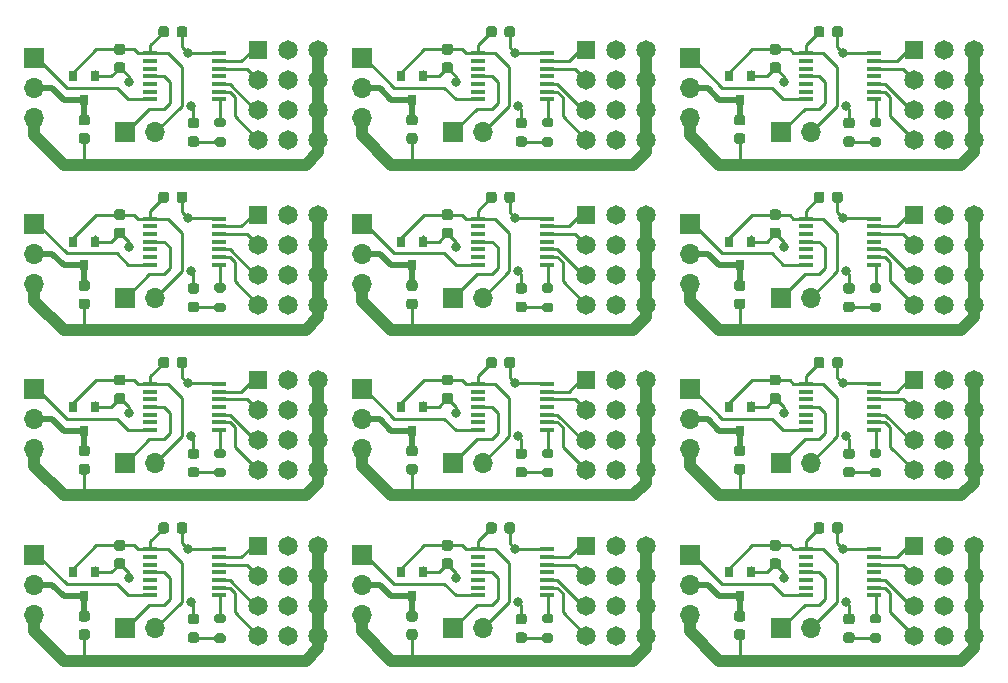
<source format=gbr>
G04 #@! TF.GenerationSoftware,KiCad,Pcbnew,(5.1.8)-1*
G04 #@! TF.CreationDate,2021-07-21T19:28:53-06:00*
G04 #@! TF.ProjectId,SBus-Decoder,53427573-2d44-4656-936f-6465722e6b69,rev?*
G04 #@! TF.SameCoordinates,Original*
G04 #@! TF.FileFunction,Copper,L1,Top*
G04 #@! TF.FilePolarity,Positive*
%FSLAX46Y46*%
G04 Gerber Fmt 4.6, Leading zero omitted, Abs format (unit mm)*
G04 Created by KiCad (PCBNEW (5.1.8)-1) date 2021-07-21 19:28:53*
%MOMM*%
%LPD*%
G01*
G04 APERTURE LIST*
G04 #@! TA.AperFunction,ComponentPad*
%ADD10O,1.700000X1.700000*%
G04 #@! TD*
G04 #@! TA.AperFunction,ComponentPad*
%ADD11R,1.700000X1.700000*%
G04 #@! TD*
G04 #@! TA.AperFunction,SMDPad,CuDef*
%ADD12R,1.308100X0.355600*%
G04 #@! TD*
G04 #@! TA.AperFunction,SMDPad,CuDef*
%ADD13R,0.800000X0.900000*%
G04 #@! TD*
G04 #@! TA.AperFunction,ComponentPad*
%ADD14R,1.650000X1.650000*%
G04 #@! TD*
G04 #@! TA.AperFunction,ComponentPad*
%ADD15C,1.650000*%
G04 #@! TD*
G04 #@! TA.AperFunction,ViaPad*
%ADD16C,0.800000*%
G04 #@! TD*
G04 #@! TA.AperFunction,Conductor*
%ADD17C,0.250000*%
G04 #@! TD*
G04 #@! TA.AperFunction,Conductor*
%ADD18C,1.000000*%
G04 #@! TD*
G04 #@! TA.AperFunction,Conductor*
%ADD19C,0.500000*%
G04 #@! TD*
G04 APERTURE END LIST*
G04 #@! TA.AperFunction,SMDPad,CuDef*
G36*
G01*
X121243750Y-103100000D02*
X121756250Y-103100000D01*
G75*
G02*
X121975000Y-103318750I0J-218750D01*
G01*
X121975000Y-103756250D01*
G75*
G02*
X121756250Y-103975000I-218750J0D01*
G01*
X121243750Y-103975000D01*
G75*
G02*
X121025000Y-103756250I0J218750D01*
G01*
X121025000Y-103318750D01*
G75*
G02*
X121243750Y-103100000I218750J0D01*
G01*
G37*
G04 #@! TD.AperFunction*
G04 #@! TA.AperFunction,SMDPad,CuDef*
G36*
G01*
X121243750Y-101525000D02*
X121756250Y-101525000D01*
G75*
G02*
X121975000Y-101743750I0J-218750D01*
G01*
X121975000Y-102181250D01*
G75*
G02*
X121756250Y-102400000I-218750J0D01*
G01*
X121243750Y-102400000D01*
G75*
G02*
X121025000Y-102181250I0J218750D01*
G01*
X121025000Y-101743750D01*
G75*
G02*
X121243750Y-101525000I218750J0D01*
G01*
G37*
G04 #@! TD.AperFunction*
D10*
X118250000Y-102750000D03*
D11*
X115710000Y-102750000D03*
G04 #@! TA.AperFunction,SMDPad,CuDef*
G36*
G01*
X120975000Y-80000000D02*
X120975000Y-80500000D01*
G75*
G02*
X120750000Y-80725000I-225000J0D01*
G01*
X120300000Y-80725000D01*
G75*
G02*
X120075000Y-80500000I0J225000D01*
G01*
X120075000Y-80000000D01*
G75*
G02*
X120300000Y-79775000I225000J0D01*
G01*
X120750000Y-79775000D01*
G75*
G02*
X120975000Y-80000000I0J-225000D01*
G01*
G37*
G04 #@! TD.AperFunction*
G04 #@! TA.AperFunction,SMDPad,CuDef*
G36*
G01*
X119425000Y-80000000D02*
X119425000Y-80500000D01*
G75*
G02*
X119200000Y-80725000I-225000J0D01*
G01*
X118750000Y-80725000D01*
G75*
G02*
X118525000Y-80500000I0J225000D01*
G01*
X118525000Y-80000000D01*
G75*
G02*
X118750000Y-79775000I225000J0D01*
G01*
X119200000Y-79775000D01*
G75*
G02*
X119425000Y-80000000I0J-225000D01*
G01*
G37*
G04 #@! TD.AperFunction*
G04 #@! TA.AperFunction,SMDPad,CuDef*
G36*
G01*
X124025000Y-75975000D02*
X123475000Y-75975000D01*
G75*
G02*
X123275000Y-75775000I0J200000D01*
G01*
X123275000Y-75375000D01*
G75*
G02*
X123475000Y-75175000I200000J0D01*
G01*
X124025000Y-75175000D01*
G75*
G02*
X124225000Y-75375000I0J-200000D01*
G01*
X124225000Y-75775000D01*
G75*
G02*
X124025000Y-75975000I-200000J0D01*
G01*
G37*
G04 #@! TD.AperFunction*
G04 #@! TA.AperFunction,SMDPad,CuDef*
G36*
G01*
X124025000Y-74325000D02*
X123475000Y-74325000D01*
G75*
G02*
X123275000Y-74125000I0J200000D01*
G01*
X123275000Y-73725000D01*
G75*
G02*
X123475000Y-73525000I200000J0D01*
G01*
X124025000Y-73525000D01*
G75*
G02*
X124225000Y-73725000I0J-200000D01*
G01*
X124225000Y-74125000D01*
G75*
G02*
X124025000Y-74325000I-200000J0D01*
G01*
G37*
G04 #@! TD.AperFunction*
G04 #@! TA.AperFunction,SMDPad,CuDef*
G36*
G01*
X115000000Y-96825000D02*
X115500000Y-96825000D01*
G75*
G02*
X115725000Y-97050000I0J-225000D01*
G01*
X115725000Y-97500000D01*
G75*
G02*
X115500000Y-97725000I-225000J0D01*
G01*
X115000000Y-97725000D01*
G75*
G02*
X114775000Y-97500000I0J225000D01*
G01*
X114775000Y-97050000D01*
G75*
G02*
X115000000Y-96825000I225000J0D01*
G01*
G37*
G04 #@! TD.AperFunction*
G04 #@! TA.AperFunction,SMDPad,CuDef*
G36*
G01*
X115000000Y-95275000D02*
X115500000Y-95275000D01*
G75*
G02*
X115725000Y-95500000I0J-225000D01*
G01*
X115725000Y-95950000D01*
G75*
G02*
X115500000Y-96175000I-225000J0D01*
G01*
X115000000Y-96175000D01*
G75*
G02*
X114775000Y-95950000I0J225000D01*
G01*
X114775000Y-95500000D01*
G75*
G02*
X115000000Y-95275000I225000J0D01*
G01*
G37*
G04 #@! TD.AperFunction*
G04 #@! TA.AperFunction,SMDPad,CuDef*
G36*
G01*
X112000000Y-87275000D02*
X112500000Y-87275000D01*
G75*
G02*
X112725000Y-87500000I0J-225000D01*
G01*
X112725000Y-87950000D01*
G75*
G02*
X112500000Y-88175000I-225000J0D01*
G01*
X112000000Y-88175000D01*
G75*
G02*
X111775000Y-87950000I0J225000D01*
G01*
X111775000Y-87500000D01*
G75*
G02*
X112000000Y-87275000I225000J0D01*
G01*
G37*
G04 #@! TD.AperFunction*
G04 #@! TA.AperFunction,SMDPad,CuDef*
G36*
G01*
X112000000Y-88825000D02*
X112500000Y-88825000D01*
G75*
G02*
X112725000Y-89050000I0J-225000D01*
G01*
X112725000Y-89500000D01*
G75*
G02*
X112500000Y-89725000I-225000J0D01*
G01*
X112000000Y-89725000D01*
G75*
G02*
X111775000Y-89500000I0J225000D01*
G01*
X111775000Y-89050000D01*
G75*
G02*
X112000000Y-88825000I225000J0D01*
G01*
G37*
G04 #@! TD.AperFunction*
D12*
X123651950Y-96050001D03*
X123651950Y-96700000D03*
X123651950Y-97350001D03*
X123651950Y-98000000D03*
X123651950Y-98650001D03*
X123651950Y-99300000D03*
X123651950Y-99950001D03*
X117848050Y-99949999D03*
X117848050Y-99300000D03*
X117848050Y-98649999D03*
X117848050Y-98000000D03*
X117848050Y-97350001D03*
X117848050Y-96700000D03*
X117848050Y-96049999D03*
G04 #@! TA.AperFunction,SMDPad,CuDef*
G36*
G01*
X121243750Y-73525000D02*
X121756250Y-73525000D01*
G75*
G02*
X121975000Y-73743750I0J-218750D01*
G01*
X121975000Y-74181250D01*
G75*
G02*
X121756250Y-74400000I-218750J0D01*
G01*
X121243750Y-74400000D01*
G75*
G02*
X121025000Y-74181250I0J218750D01*
G01*
X121025000Y-73743750D01*
G75*
G02*
X121243750Y-73525000I218750J0D01*
G01*
G37*
G04 #@! TD.AperFunction*
G04 #@! TA.AperFunction,SMDPad,CuDef*
G36*
G01*
X121243750Y-75100000D02*
X121756250Y-75100000D01*
G75*
G02*
X121975000Y-75318750I0J-218750D01*
G01*
X121975000Y-75756250D01*
G75*
G02*
X121756250Y-75975000I-218750J0D01*
G01*
X121243750Y-75975000D01*
G75*
G02*
X121025000Y-75756250I0J218750D01*
G01*
X121025000Y-75318750D01*
G75*
G02*
X121243750Y-75100000I218750J0D01*
G01*
G37*
G04 #@! TD.AperFunction*
D13*
X113200000Y-84000000D03*
X111300000Y-84000000D03*
X112250000Y-86000000D03*
G04 #@! TA.AperFunction,SMDPad,CuDef*
G36*
G01*
X115000000Y-81275000D02*
X115500000Y-81275000D01*
G75*
G02*
X115725000Y-81500000I0J-225000D01*
G01*
X115725000Y-81950000D01*
G75*
G02*
X115500000Y-82175000I-225000J0D01*
G01*
X115000000Y-82175000D01*
G75*
G02*
X114775000Y-81950000I0J225000D01*
G01*
X114775000Y-81500000D01*
G75*
G02*
X115000000Y-81275000I225000J0D01*
G01*
G37*
G04 #@! TD.AperFunction*
G04 #@! TA.AperFunction,SMDPad,CuDef*
G36*
G01*
X115000000Y-82825000D02*
X115500000Y-82825000D01*
G75*
G02*
X115725000Y-83050000I0J-225000D01*
G01*
X115725000Y-83500000D01*
G75*
G02*
X115500000Y-83725000I-225000J0D01*
G01*
X115000000Y-83725000D01*
G75*
G02*
X114775000Y-83500000I0J225000D01*
G01*
X114775000Y-83050000D01*
G75*
G02*
X115000000Y-82825000I225000J0D01*
G01*
G37*
G04 #@! TD.AperFunction*
D14*
X127000000Y-67750000D03*
D15*
X129540000Y-67750000D03*
X132080000Y-67750000D03*
X127000000Y-70290000D03*
X129540000Y-70290000D03*
X132080000Y-70290000D03*
X127000000Y-72830000D03*
X129540000Y-72830000D03*
X132080000Y-72830000D03*
X127000000Y-75370000D03*
X129540000Y-75370000D03*
X132080000Y-75370000D03*
G04 #@! TA.AperFunction,SMDPad,CuDef*
G36*
G01*
X115000000Y-54825000D02*
X115500000Y-54825000D01*
G75*
G02*
X115725000Y-55050000I0J-225000D01*
G01*
X115725000Y-55500000D01*
G75*
G02*
X115500000Y-55725000I-225000J0D01*
G01*
X115000000Y-55725000D01*
G75*
G02*
X114775000Y-55500000I0J225000D01*
G01*
X114775000Y-55050000D01*
G75*
G02*
X115000000Y-54825000I225000J0D01*
G01*
G37*
G04 #@! TD.AperFunction*
G04 #@! TA.AperFunction,SMDPad,CuDef*
G36*
G01*
X115000000Y-53275000D02*
X115500000Y-53275000D01*
G75*
G02*
X115725000Y-53500000I0J-225000D01*
G01*
X115725000Y-53950000D01*
G75*
G02*
X115500000Y-54175000I-225000J0D01*
G01*
X115000000Y-54175000D01*
G75*
G02*
X114775000Y-53950000I0J225000D01*
G01*
X114775000Y-53500000D01*
G75*
G02*
X115000000Y-53275000I225000J0D01*
G01*
G37*
G04 #@! TD.AperFunction*
G04 #@! TA.AperFunction,SMDPad,CuDef*
G36*
G01*
X112000000Y-102825000D02*
X112500000Y-102825000D01*
G75*
G02*
X112725000Y-103050000I0J-225000D01*
G01*
X112725000Y-103500000D01*
G75*
G02*
X112500000Y-103725000I-225000J0D01*
G01*
X112000000Y-103725000D01*
G75*
G02*
X111775000Y-103500000I0J225000D01*
G01*
X111775000Y-103050000D01*
G75*
G02*
X112000000Y-102825000I225000J0D01*
G01*
G37*
G04 #@! TD.AperFunction*
G04 #@! TA.AperFunction,SMDPad,CuDef*
G36*
G01*
X112000000Y-101275000D02*
X112500000Y-101275000D01*
G75*
G02*
X112725000Y-101500000I0J-225000D01*
G01*
X112725000Y-101950000D01*
G75*
G02*
X112500000Y-102175000I-225000J0D01*
G01*
X112000000Y-102175000D01*
G75*
G02*
X111775000Y-101950000I0J225000D01*
G01*
X111775000Y-101500000D01*
G75*
G02*
X112000000Y-101275000I225000J0D01*
G01*
G37*
G04 #@! TD.AperFunction*
D11*
X115710000Y-88750000D03*
D10*
X118250000Y-88750000D03*
D12*
X117848050Y-82049999D03*
X117848050Y-82700000D03*
X117848050Y-83350001D03*
X117848050Y-84000000D03*
X117848050Y-84649999D03*
X117848050Y-85300000D03*
X117848050Y-85949999D03*
X123651950Y-85950001D03*
X123651950Y-85300000D03*
X123651950Y-84650001D03*
X123651950Y-84000000D03*
X123651950Y-83350001D03*
X123651950Y-82700000D03*
X123651950Y-82050001D03*
D13*
X112250000Y-100000000D03*
X111300000Y-98000000D03*
X113200000Y-98000000D03*
D11*
X108000000Y-68500000D03*
D10*
X108000000Y-71040000D03*
X108000000Y-73580000D03*
G04 #@! TA.AperFunction,SMDPad,CuDef*
G36*
G01*
X119425000Y-94000000D02*
X119425000Y-94500000D01*
G75*
G02*
X119200000Y-94725000I-225000J0D01*
G01*
X118750000Y-94725000D01*
G75*
G02*
X118525000Y-94500000I0J225000D01*
G01*
X118525000Y-94000000D01*
G75*
G02*
X118750000Y-93775000I225000J0D01*
G01*
X119200000Y-93775000D01*
G75*
G02*
X119425000Y-94000000I0J-225000D01*
G01*
G37*
G04 #@! TD.AperFunction*
G04 #@! TA.AperFunction,SMDPad,CuDef*
G36*
G01*
X120975000Y-94000000D02*
X120975000Y-94500000D01*
G75*
G02*
X120750000Y-94725000I-225000J0D01*
G01*
X120300000Y-94725000D01*
G75*
G02*
X120075000Y-94500000I0J225000D01*
G01*
X120075000Y-94000000D01*
G75*
G02*
X120300000Y-93775000I225000J0D01*
G01*
X120750000Y-93775000D01*
G75*
G02*
X120975000Y-94000000I0J-225000D01*
G01*
G37*
G04 #@! TD.AperFunction*
G04 #@! TA.AperFunction,SMDPad,CuDef*
G36*
G01*
X124025000Y-60325000D02*
X123475000Y-60325000D01*
G75*
G02*
X123275000Y-60125000I0J200000D01*
G01*
X123275000Y-59725000D01*
G75*
G02*
X123475000Y-59525000I200000J0D01*
G01*
X124025000Y-59525000D01*
G75*
G02*
X124225000Y-59725000I0J-200000D01*
G01*
X124225000Y-60125000D01*
G75*
G02*
X124025000Y-60325000I-200000J0D01*
G01*
G37*
G04 #@! TD.AperFunction*
G04 #@! TA.AperFunction,SMDPad,CuDef*
G36*
G01*
X124025000Y-61975000D02*
X123475000Y-61975000D01*
G75*
G02*
X123275000Y-61775000I0J200000D01*
G01*
X123275000Y-61375000D01*
G75*
G02*
X123475000Y-61175000I200000J0D01*
G01*
X124025000Y-61175000D01*
G75*
G02*
X124225000Y-61375000I0J-200000D01*
G01*
X124225000Y-61775000D01*
G75*
G02*
X124025000Y-61975000I-200000J0D01*
G01*
G37*
G04 #@! TD.AperFunction*
X108000000Y-59580000D03*
X108000000Y-57040000D03*
D11*
X108000000Y-54500000D03*
D15*
X132080000Y-103370000D03*
X129540000Y-103370000D03*
X127000000Y-103370000D03*
X132080000Y-100830000D03*
X129540000Y-100830000D03*
X127000000Y-100830000D03*
X132080000Y-98290000D03*
X129540000Y-98290000D03*
X127000000Y-98290000D03*
X132080000Y-95750000D03*
X129540000Y-95750000D03*
D14*
X127000000Y-95750000D03*
G04 #@! TA.AperFunction,SMDPad,CuDef*
G36*
G01*
X121243750Y-61100000D02*
X121756250Y-61100000D01*
G75*
G02*
X121975000Y-61318750I0J-218750D01*
G01*
X121975000Y-61756250D01*
G75*
G02*
X121756250Y-61975000I-218750J0D01*
G01*
X121243750Y-61975000D01*
G75*
G02*
X121025000Y-61756250I0J218750D01*
G01*
X121025000Y-61318750D01*
G75*
G02*
X121243750Y-61100000I218750J0D01*
G01*
G37*
G04 #@! TD.AperFunction*
G04 #@! TA.AperFunction,SMDPad,CuDef*
G36*
G01*
X121243750Y-59525000D02*
X121756250Y-59525000D01*
G75*
G02*
X121975000Y-59743750I0J-218750D01*
G01*
X121975000Y-60181250D01*
G75*
G02*
X121756250Y-60400000I-218750J0D01*
G01*
X121243750Y-60400000D01*
G75*
G02*
X121025000Y-60181250I0J218750D01*
G01*
X121025000Y-59743750D01*
G75*
G02*
X121243750Y-59525000I218750J0D01*
G01*
G37*
G04 #@! TD.AperFunction*
D15*
X132080000Y-61370000D03*
X129540000Y-61370000D03*
X127000000Y-61370000D03*
X132080000Y-58830000D03*
X129540000Y-58830000D03*
X127000000Y-58830000D03*
X132080000Y-56290000D03*
X129540000Y-56290000D03*
X127000000Y-56290000D03*
X132080000Y-53750000D03*
X129540000Y-53750000D03*
D14*
X127000000Y-53750000D03*
D10*
X118250000Y-60750000D03*
D11*
X115710000Y-60750000D03*
G04 #@! TA.AperFunction,SMDPad,CuDef*
G36*
G01*
X124025000Y-102325000D02*
X123475000Y-102325000D01*
G75*
G02*
X123275000Y-102125000I0J200000D01*
G01*
X123275000Y-101725000D01*
G75*
G02*
X123475000Y-101525000I200000J0D01*
G01*
X124025000Y-101525000D01*
G75*
G02*
X124225000Y-101725000I0J-200000D01*
G01*
X124225000Y-102125000D01*
G75*
G02*
X124025000Y-102325000I-200000J0D01*
G01*
G37*
G04 #@! TD.AperFunction*
G04 #@! TA.AperFunction,SMDPad,CuDef*
G36*
G01*
X124025000Y-103975000D02*
X123475000Y-103975000D01*
G75*
G02*
X123275000Y-103775000I0J200000D01*
G01*
X123275000Y-103375000D01*
G75*
G02*
X123475000Y-103175000I200000J0D01*
G01*
X124025000Y-103175000D01*
G75*
G02*
X124225000Y-103375000I0J-200000D01*
G01*
X124225000Y-103775000D01*
G75*
G02*
X124025000Y-103975000I-200000J0D01*
G01*
G37*
G04 #@! TD.AperFunction*
X115710000Y-74750000D03*
D10*
X118250000Y-74750000D03*
D14*
X127000000Y-81750000D03*
D15*
X129540000Y-81750000D03*
X132080000Y-81750000D03*
X127000000Y-84290000D03*
X129540000Y-84290000D03*
X132080000Y-84290000D03*
X127000000Y-86830000D03*
X129540000Y-86830000D03*
X132080000Y-86830000D03*
X127000000Y-89370000D03*
X129540000Y-89370000D03*
X132080000Y-89370000D03*
G04 #@! TA.AperFunction,SMDPad,CuDef*
G36*
G01*
X119425000Y-52000000D02*
X119425000Y-52500000D01*
G75*
G02*
X119200000Y-52725000I-225000J0D01*
G01*
X118750000Y-52725000D01*
G75*
G02*
X118525000Y-52500000I0J225000D01*
G01*
X118525000Y-52000000D01*
G75*
G02*
X118750000Y-51775000I225000J0D01*
G01*
X119200000Y-51775000D01*
G75*
G02*
X119425000Y-52000000I0J-225000D01*
G01*
G37*
G04 #@! TD.AperFunction*
G04 #@! TA.AperFunction,SMDPad,CuDef*
G36*
G01*
X120975000Y-52000000D02*
X120975000Y-52500000D01*
G75*
G02*
X120750000Y-52725000I-225000J0D01*
G01*
X120300000Y-52725000D01*
G75*
G02*
X120075000Y-52500000I0J225000D01*
G01*
X120075000Y-52000000D01*
G75*
G02*
X120300000Y-51775000I225000J0D01*
G01*
X120750000Y-51775000D01*
G75*
G02*
X120975000Y-52000000I0J-225000D01*
G01*
G37*
G04 #@! TD.AperFunction*
D13*
X112250000Y-58000000D03*
X111300000Y-56000000D03*
X113200000Y-56000000D03*
X113200000Y-70000000D03*
X111300000Y-70000000D03*
X112250000Y-72000000D03*
G04 #@! TA.AperFunction,SMDPad,CuDef*
G36*
G01*
X120975000Y-66000000D02*
X120975000Y-66500000D01*
G75*
G02*
X120750000Y-66725000I-225000J0D01*
G01*
X120300000Y-66725000D01*
G75*
G02*
X120075000Y-66500000I0J225000D01*
G01*
X120075000Y-66000000D01*
G75*
G02*
X120300000Y-65775000I225000J0D01*
G01*
X120750000Y-65775000D01*
G75*
G02*
X120975000Y-66000000I0J-225000D01*
G01*
G37*
G04 #@! TD.AperFunction*
G04 #@! TA.AperFunction,SMDPad,CuDef*
G36*
G01*
X119425000Y-66000000D02*
X119425000Y-66500000D01*
G75*
G02*
X119200000Y-66725000I-225000J0D01*
G01*
X118750000Y-66725000D01*
G75*
G02*
X118525000Y-66500000I0J225000D01*
G01*
X118525000Y-66000000D01*
G75*
G02*
X118750000Y-65775000I225000J0D01*
G01*
X119200000Y-65775000D01*
G75*
G02*
X119425000Y-66000000I0J-225000D01*
G01*
G37*
G04 #@! TD.AperFunction*
D12*
X123651950Y-54050001D03*
X123651950Y-54700000D03*
X123651950Y-55350001D03*
X123651950Y-56000000D03*
X123651950Y-56650001D03*
X123651950Y-57300000D03*
X123651950Y-57950001D03*
X117848050Y-57949999D03*
X117848050Y-57300000D03*
X117848050Y-56649999D03*
X117848050Y-56000000D03*
X117848050Y-55350001D03*
X117848050Y-54700000D03*
X117848050Y-54049999D03*
G04 #@! TA.AperFunction,SMDPad,CuDef*
G36*
G01*
X121243750Y-87525000D02*
X121756250Y-87525000D01*
G75*
G02*
X121975000Y-87743750I0J-218750D01*
G01*
X121975000Y-88181250D01*
G75*
G02*
X121756250Y-88400000I-218750J0D01*
G01*
X121243750Y-88400000D01*
G75*
G02*
X121025000Y-88181250I0J218750D01*
G01*
X121025000Y-87743750D01*
G75*
G02*
X121243750Y-87525000I218750J0D01*
G01*
G37*
G04 #@! TD.AperFunction*
G04 #@! TA.AperFunction,SMDPad,CuDef*
G36*
G01*
X121243750Y-89100000D02*
X121756250Y-89100000D01*
G75*
G02*
X121975000Y-89318750I0J-218750D01*
G01*
X121975000Y-89756250D01*
G75*
G02*
X121756250Y-89975000I-218750J0D01*
G01*
X121243750Y-89975000D01*
G75*
G02*
X121025000Y-89756250I0J218750D01*
G01*
X121025000Y-89318750D01*
G75*
G02*
X121243750Y-89100000I218750J0D01*
G01*
G37*
G04 #@! TD.AperFunction*
G04 #@! TA.AperFunction,SMDPad,CuDef*
G36*
G01*
X112000000Y-60825000D02*
X112500000Y-60825000D01*
G75*
G02*
X112725000Y-61050000I0J-225000D01*
G01*
X112725000Y-61500000D01*
G75*
G02*
X112500000Y-61725000I-225000J0D01*
G01*
X112000000Y-61725000D01*
G75*
G02*
X111775000Y-61500000I0J225000D01*
G01*
X111775000Y-61050000D01*
G75*
G02*
X112000000Y-60825000I225000J0D01*
G01*
G37*
G04 #@! TD.AperFunction*
G04 #@! TA.AperFunction,SMDPad,CuDef*
G36*
G01*
X112000000Y-59275000D02*
X112500000Y-59275000D01*
G75*
G02*
X112725000Y-59500000I0J-225000D01*
G01*
X112725000Y-59950000D01*
G75*
G02*
X112500000Y-60175000I-225000J0D01*
G01*
X112000000Y-60175000D01*
G75*
G02*
X111775000Y-59950000I0J225000D01*
G01*
X111775000Y-59500000D01*
G75*
G02*
X112000000Y-59275000I225000J0D01*
G01*
G37*
G04 #@! TD.AperFunction*
D11*
X108000000Y-82500000D03*
D10*
X108000000Y-85040000D03*
X108000000Y-87580000D03*
G04 #@! TA.AperFunction,SMDPad,CuDef*
G36*
G01*
X115000000Y-67275000D02*
X115500000Y-67275000D01*
G75*
G02*
X115725000Y-67500000I0J-225000D01*
G01*
X115725000Y-67950000D01*
G75*
G02*
X115500000Y-68175000I-225000J0D01*
G01*
X115000000Y-68175000D01*
G75*
G02*
X114775000Y-67950000I0J225000D01*
G01*
X114775000Y-67500000D01*
G75*
G02*
X115000000Y-67275000I225000J0D01*
G01*
G37*
G04 #@! TD.AperFunction*
G04 #@! TA.AperFunction,SMDPad,CuDef*
G36*
G01*
X115000000Y-68825000D02*
X115500000Y-68825000D01*
G75*
G02*
X115725000Y-69050000I0J-225000D01*
G01*
X115725000Y-69500000D01*
G75*
G02*
X115500000Y-69725000I-225000J0D01*
G01*
X115000000Y-69725000D01*
G75*
G02*
X114775000Y-69500000I0J225000D01*
G01*
X114775000Y-69050000D01*
G75*
G02*
X115000000Y-68825000I225000J0D01*
G01*
G37*
G04 #@! TD.AperFunction*
G04 #@! TA.AperFunction,SMDPad,CuDef*
G36*
G01*
X112000000Y-73275000D02*
X112500000Y-73275000D01*
G75*
G02*
X112725000Y-73500000I0J-225000D01*
G01*
X112725000Y-73950000D01*
G75*
G02*
X112500000Y-74175000I-225000J0D01*
G01*
X112000000Y-74175000D01*
G75*
G02*
X111775000Y-73950000I0J225000D01*
G01*
X111775000Y-73500000D01*
G75*
G02*
X112000000Y-73275000I225000J0D01*
G01*
G37*
G04 #@! TD.AperFunction*
G04 #@! TA.AperFunction,SMDPad,CuDef*
G36*
G01*
X112000000Y-74825000D02*
X112500000Y-74825000D01*
G75*
G02*
X112725000Y-75050000I0J-225000D01*
G01*
X112725000Y-75500000D01*
G75*
G02*
X112500000Y-75725000I-225000J0D01*
G01*
X112000000Y-75725000D01*
G75*
G02*
X111775000Y-75500000I0J225000D01*
G01*
X111775000Y-75050000D01*
G75*
G02*
X112000000Y-74825000I225000J0D01*
G01*
G37*
G04 #@! TD.AperFunction*
D12*
X117848050Y-68049999D03*
X117848050Y-68700000D03*
X117848050Y-69350001D03*
X117848050Y-70000000D03*
X117848050Y-70649999D03*
X117848050Y-71300000D03*
X117848050Y-71949999D03*
X123651950Y-71950001D03*
X123651950Y-71300000D03*
X123651950Y-70650001D03*
X123651950Y-70000000D03*
X123651950Y-69350001D03*
X123651950Y-68700000D03*
X123651950Y-68050001D03*
D10*
X108000000Y-101580000D03*
X108000000Y-99040000D03*
D11*
X108000000Y-96500000D03*
G04 #@! TA.AperFunction,SMDPad,CuDef*
G36*
G01*
X124025000Y-89975000D02*
X123475000Y-89975000D01*
G75*
G02*
X123275000Y-89775000I0J200000D01*
G01*
X123275000Y-89375000D01*
G75*
G02*
X123475000Y-89175000I200000J0D01*
G01*
X124025000Y-89175000D01*
G75*
G02*
X124225000Y-89375000I0J-200000D01*
G01*
X124225000Y-89775000D01*
G75*
G02*
X124025000Y-89975000I-200000J0D01*
G01*
G37*
G04 #@! TD.AperFunction*
G04 #@! TA.AperFunction,SMDPad,CuDef*
G36*
G01*
X124025000Y-88325000D02*
X123475000Y-88325000D01*
G75*
G02*
X123275000Y-88125000I0J200000D01*
G01*
X123275000Y-87725000D01*
G75*
G02*
X123475000Y-87525000I200000J0D01*
G01*
X124025000Y-87525000D01*
G75*
G02*
X124225000Y-87725000I0J-200000D01*
G01*
X124225000Y-88125000D01*
G75*
G02*
X124025000Y-88325000I-200000J0D01*
G01*
G37*
G04 #@! TD.AperFunction*
G04 #@! TA.AperFunction,SMDPad,CuDef*
G36*
G01*
X93493750Y-59525000D02*
X94006250Y-59525000D01*
G75*
G02*
X94225000Y-59743750I0J-218750D01*
G01*
X94225000Y-60181250D01*
G75*
G02*
X94006250Y-60400000I-218750J0D01*
G01*
X93493750Y-60400000D01*
G75*
G02*
X93275000Y-60181250I0J218750D01*
G01*
X93275000Y-59743750D01*
G75*
G02*
X93493750Y-59525000I218750J0D01*
G01*
G37*
G04 #@! TD.AperFunction*
G04 #@! TA.AperFunction,SMDPad,CuDef*
G36*
G01*
X93493750Y-61100000D02*
X94006250Y-61100000D01*
G75*
G02*
X94225000Y-61318750I0J-218750D01*
G01*
X94225000Y-61756250D01*
G75*
G02*
X94006250Y-61975000I-218750J0D01*
G01*
X93493750Y-61975000D01*
G75*
G02*
X93275000Y-61756250I0J218750D01*
G01*
X93275000Y-61318750D01*
G75*
G02*
X93493750Y-61100000I218750J0D01*
G01*
G37*
G04 #@! TD.AperFunction*
G04 #@! TA.AperFunction,SMDPad,CuDef*
G36*
G01*
X96275000Y-61975000D02*
X95725000Y-61975000D01*
G75*
G02*
X95525000Y-61775000I0J200000D01*
G01*
X95525000Y-61375000D01*
G75*
G02*
X95725000Y-61175000I200000J0D01*
G01*
X96275000Y-61175000D01*
G75*
G02*
X96475000Y-61375000I0J-200000D01*
G01*
X96475000Y-61775000D01*
G75*
G02*
X96275000Y-61975000I-200000J0D01*
G01*
G37*
G04 #@! TD.AperFunction*
G04 #@! TA.AperFunction,SMDPad,CuDef*
G36*
G01*
X96275000Y-60325000D02*
X95725000Y-60325000D01*
G75*
G02*
X95525000Y-60125000I0J200000D01*
G01*
X95525000Y-59725000D01*
G75*
G02*
X95725000Y-59525000I200000J0D01*
G01*
X96275000Y-59525000D01*
G75*
G02*
X96475000Y-59725000I0J-200000D01*
G01*
X96475000Y-60125000D01*
G75*
G02*
X96275000Y-60325000I-200000J0D01*
G01*
G37*
G04 #@! TD.AperFunction*
X80250000Y-54500000D03*
D10*
X80250000Y-57040000D03*
X80250000Y-59580000D03*
D14*
X99250000Y-53750000D03*
D15*
X101790000Y-53750000D03*
X104330000Y-53750000D03*
X99250000Y-56290000D03*
X101790000Y-56290000D03*
X104330000Y-56290000D03*
X99250000Y-58830000D03*
X101790000Y-58830000D03*
X104330000Y-58830000D03*
X99250000Y-61370000D03*
X101790000Y-61370000D03*
X104330000Y-61370000D03*
D14*
X99250000Y-95750000D03*
D15*
X101790000Y-95750000D03*
X104330000Y-95750000D03*
X99250000Y-98290000D03*
X101790000Y-98290000D03*
X104330000Y-98290000D03*
X99250000Y-100830000D03*
X101790000Y-100830000D03*
X104330000Y-100830000D03*
X99250000Y-103370000D03*
X101790000Y-103370000D03*
X104330000Y-103370000D03*
D10*
X90500000Y-88750000D03*
D11*
X87960000Y-88750000D03*
G04 #@! TA.AperFunction,SMDPad,CuDef*
G36*
G01*
X96275000Y-74325000D02*
X95725000Y-74325000D01*
G75*
G02*
X95525000Y-74125000I0J200000D01*
G01*
X95525000Y-73725000D01*
G75*
G02*
X95725000Y-73525000I200000J0D01*
G01*
X96275000Y-73525000D01*
G75*
G02*
X96475000Y-73725000I0J-200000D01*
G01*
X96475000Y-74125000D01*
G75*
G02*
X96275000Y-74325000I-200000J0D01*
G01*
G37*
G04 #@! TD.AperFunction*
G04 #@! TA.AperFunction,SMDPad,CuDef*
G36*
G01*
X96275000Y-75975000D02*
X95725000Y-75975000D01*
G75*
G02*
X95525000Y-75775000I0J200000D01*
G01*
X95525000Y-75375000D01*
G75*
G02*
X95725000Y-75175000I200000J0D01*
G01*
X96275000Y-75175000D01*
G75*
G02*
X96475000Y-75375000I0J-200000D01*
G01*
X96475000Y-75775000D01*
G75*
G02*
X96275000Y-75975000I-200000J0D01*
G01*
G37*
G04 #@! TD.AperFunction*
D10*
X80250000Y-73580000D03*
X80250000Y-71040000D03*
D11*
X80250000Y-68500000D03*
G04 #@! TA.AperFunction,SMDPad,CuDef*
G36*
G01*
X87250000Y-95275000D02*
X87750000Y-95275000D01*
G75*
G02*
X87975000Y-95500000I0J-225000D01*
G01*
X87975000Y-95950000D01*
G75*
G02*
X87750000Y-96175000I-225000J0D01*
G01*
X87250000Y-96175000D01*
G75*
G02*
X87025000Y-95950000I0J225000D01*
G01*
X87025000Y-95500000D01*
G75*
G02*
X87250000Y-95275000I225000J0D01*
G01*
G37*
G04 #@! TD.AperFunction*
G04 #@! TA.AperFunction,SMDPad,CuDef*
G36*
G01*
X87250000Y-96825000D02*
X87750000Y-96825000D01*
G75*
G02*
X87975000Y-97050000I0J-225000D01*
G01*
X87975000Y-97500000D01*
G75*
G02*
X87750000Y-97725000I-225000J0D01*
G01*
X87250000Y-97725000D01*
G75*
G02*
X87025000Y-97500000I0J225000D01*
G01*
X87025000Y-97050000D01*
G75*
G02*
X87250000Y-96825000I225000J0D01*
G01*
G37*
G04 #@! TD.AperFunction*
D15*
X104330000Y-75370000D03*
X101790000Y-75370000D03*
X99250000Y-75370000D03*
X104330000Y-72830000D03*
X101790000Y-72830000D03*
X99250000Y-72830000D03*
X104330000Y-70290000D03*
X101790000Y-70290000D03*
X99250000Y-70290000D03*
X104330000Y-67750000D03*
X101790000Y-67750000D03*
D14*
X99250000Y-67750000D03*
G04 #@! TA.AperFunction,SMDPad,CuDef*
G36*
G01*
X93225000Y-94000000D02*
X93225000Y-94500000D01*
G75*
G02*
X93000000Y-94725000I-225000J0D01*
G01*
X92550000Y-94725000D01*
G75*
G02*
X92325000Y-94500000I0J225000D01*
G01*
X92325000Y-94000000D01*
G75*
G02*
X92550000Y-93775000I225000J0D01*
G01*
X93000000Y-93775000D01*
G75*
G02*
X93225000Y-94000000I0J-225000D01*
G01*
G37*
G04 #@! TD.AperFunction*
G04 #@! TA.AperFunction,SMDPad,CuDef*
G36*
G01*
X91675000Y-94000000D02*
X91675000Y-94500000D01*
G75*
G02*
X91450000Y-94725000I-225000J0D01*
G01*
X91000000Y-94725000D01*
G75*
G02*
X90775000Y-94500000I0J225000D01*
G01*
X90775000Y-94000000D01*
G75*
G02*
X91000000Y-93775000I225000J0D01*
G01*
X91450000Y-93775000D01*
G75*
G02*
X91675000Y-94000000I0J-225000D01*
G01*
G37*
G04 #@! TD.AperFunction*
G04 #@! TA.AperFunction,SMDPad,CuDef*
G36*
G01*
X93493750Y-101525000D02*
X94006250Y-101525000D01*
G75*
G02*
X94225000Y-101743750I0J-218750D01*
G01*
X94225000Y-102181250D01*
G75*
G02*
X94006250Y-102400000I-218750J0D01*
G01*
X93493750Y-102400000D01*
G75*
G02*
X93275000Y-102181250I0J218750D01*
G01*
X93275000Y-101743750D01*
G75*
G02*
X93493750Y-101525000I218750J0D01*
G01*
G37*
G04 #@! TD.AperFunction*
G04 #@! TA.AperFunction,SMDPad,CuDef*
G36*
G01*
X93493750Y-103100000D02*
X94006250Y-103100000D01*
G75*
G02*
X94225000Y-103318750I0J-218750D01*
G01*
X94225000Y-103756250D01*
G75*
G02*
X94006250Y-103975000I-218750J0D01*
G01*
X93493750Y-103975000D01*
G75*
G02*
X93275000Y-103756250I0J218750D01*
G01*
X93275000Y-103318750D01*
G75*
G02*
X93493750Y-103100000I218750J0D01*
G01*
G37*
G04 #@! TD.AperFunction*
D11*
X87960000Y-102750000D03*
D10*
X90500000Y-102750000D03*
G04 #@! TA.AperFunction,SMDPad,CuDef*
G36*
G01*
X84250000Y-88825000D02*
X84750000Y-88825000D01*
G75*
G02*
X84975000Y-89050000I0J-225000D01*
G01*
X84975000Y-89500000D01*
G75*
G02*
X84750000Y-89725000I-225000J0D01*
G01*
X84250000Y-89725000D01*
G75*
G02*
X84025000Y-89500000I0J225000D01*
G01*
X84025000Y-89050000D01*
G75*
G02*
X84250000Y-88825000I225000J0D01*
G01*
G37*
G04 #@! TD.AperFunction*
G04 #@! TA.AperFunction,SMDPad,CuDef*
G36*
G01*
X84250000Y-87275000D02*
X84750000Y-87275000D01*
G75*
G02*
X84975000Y-87500000I0J-225000D01*
G01*
X84975000Y-87950000D01*
G75*
G02*
X84750000Y-88175000I-225000J0D01*
G01*
X84250000Y-88175000D01*
G75*
G02*
X84025000Y-87950000I0J225000D01*
G01*
X84025000Y-87500000D01*
G75*
G02*
X84250000Y-87275000I225000J0D01*
G01*
G37*
G04 #@! TD.AperFunction*
G04 #@! TA.AperFunction,SMDPad,CuDef*
G36*
G01*
X84250000Y-101275000D02*
X84750000Y-101275000D01*
G75*
G02*
X84975000Y-101500000I0J-225000D01*
G01*
X84975000Y-101950000D01*
G75*
G02*
X84750000Y-102175000I-225000J0D01*
G01*
X84250000Y-102175000D01*
G75*
G02*
X84025000Y-101950000I0J225000D01*
G01*
X84025000Y-101500000D01*
G75*
G02*
X84250000Y-101275000I225000J0D01*
G01*
G37*
G04 #@! TD.AperFunction*
G04 #@! TA.AperFunction,SMDPad,CuDef*
G36*
G01*
X84250000Y-102825000D02*
X84750000Y-102825000D01*
G75*
G02*
X84975000Y-103050000I0J-225000D01*
G01*
X84975000Y-103500000D01*
G75*
G02*
X84750000Y-103725000I-225000J0D01*
G01*
X84250000Y-103725000D01*
G75*
G02*
X84025000Y-103500000I0J225000D01*
G01*
X84025000Y-103050000D01*
G75*
G02*
X84250000Y-102825000I225000J0D01*
G01*
G37*
G04 #@! TD.AperFunction*
G04 #@! TA.AperFunction,SMDPad,CuDef*
G36*
G01*
X91675000Y-80000000D02*
X91675000Y-80500000D01*
G75*
G02*
X91450000Y-80725000I-225000J0D01*
G01*
X91000000Y-80725000D01*
G75*
G02*
X90775000Y-80500000I0J225000D01*
G01*
X90775000Y-80000000D01*
G75*
G02*
X91000000Y-79775000I225000J0D01*
G01*
X91450000Y-79775000D01*
G75*
G02*
X91675000Y-80000000I0J-225000D01*
G01*
G37*
G04 #@! TD.AperFunction*
G04 #@! TA.AperFunction,SMDPad,CuDef*
G36*
G01*
X93225000Y-80000000D02*
X93225000Y-80500000D01*
G75*
G02*
X93000000Y-80725000I-225000J0D01*
G01*
X92550000Y-80725000D01*
G75*
G02*
X92325000Y-80500000I0J225000D01*
G01*
X92325000Y-80000000D01*
G75*
G02*
X92550000Y-79775000I225000J0D01*
G01*
X93000000Y-79775000D01*
G75*
G02*
X93225000Y-80000000I0J-225000D01*
G01*
G37*
G04 #@! TD.AperFunction*
D12*
X90098050Y-96049999D03*
X90098050Y-96700000D03*
X90098050Y-97350001D03*
X90098050Y-98000000D03*
X90098050Y-98649999D03*
X90098050Y-99300000D03*
X90098050Y-99949999D03*
X95901950Y-99950001D03*
X95901950Y-99300000D03*
X95901950Y-98650001D03*
X95901950Y-98000000D03*
X95901950Y-97350001D03*
X95901950Y-96700000D03*
X95901950Y-96050001D03*
G04 #@! TA.AperFunction,SMDPad,CuDef*
G36*
G01*
X93493750Y-75100000D02*
X94006250Y-75100000D01*
G75*
G02*
X94225000Y-75318750I0J-218750D01*
G01*
X94225000Y-75756250D01*
G75*
G02*
X94006250Y-75975000I-218750J0D01*
G01*
X93493750Y-75975000D01*
G75*
G02*
X93275000Y-75756250I0J218750D01*
G01*
X93275000Y-75318750D01*
G75*
G02*
X93493750Y-75100000I218750J0D01*
G01*
G37*
G04 #@! TD.AperFunction*
G04 #@! TA.AperFunction,SMDPad,CuDef*
G36*
G01*
X93493750Y-73525000D02*
X94006250Y-73525000D01*
G75*
G02*
X94225000Y-73743750I0J-218750D01*
G01*
X94225000Y-74181250D01*
G75*
G02*
X94006250Y-74400000I-218750J0D01*
G01*
X93493750Y-74400000D01*
G75*
G02*
X93275000Y-74181250I0J218750D01*
G01*
X93275000Y-73743750D01*
G75*
G02*
X93493750Y-73525000I218750J0D01*
G01*
G37*
G04 #@! TD.AperFunction*
D13*
X84500000Y-86000000D03*
X83550000Y-84000000D03*
X85450000Y-84000000D03*
D12*
X95901950Y-82050001D03*
X95901950Y-82700000D03*
X95901950Y-83350001D03*
X95901950Y-84000000D03*
X95901950Y-84650001D03*
X95901950Y-85300000D03*
X95901950Y-85950001D03*
X90098050Y-85949999D03*
X90098050Y-85300000D03*
X90098050Y-84649999D03*
X90098050Y-84000000D03*
X90098050Y-83350001D03*
X90098050Y-82700000D03*
X90098050Y-82049999D03*
D13*
X85450000Y-98000000D03*
X83550000Y-98000000D03*
X84500000Y-100000000D03*
G04 #@! TA.AperFunction,SMDPad,CuDef*
G36*
G01*
X87250000Y-82825000D02*
X87750000Y-82825000D01*
G75*
G02*
X87975000Y-83050000I0J-225000D01*
G01*
X87975000Y-83500000D01*
G75*
G02*
X87750000Y-83725000I-225000J0D01*
G01*
X87250000Y-83725000D01*
G75*
G02*
X87025000Y-83500000I0J225000D01*
G01*
X87025000Y-83050000D01*
G75*
G02*
X87250000Y-82825000I225000J0D01*
G01*
G37*
G04 #@! TD.AperFunction*
G04 #@! TA.AperFunction,SMDPad,CuDef*
G36*
G01*
X87250000Y-81275000D02*
X87750000Y-81275000D01*
G75*
G02*
X87975000Y-81500000I0J-225000D01*
G01*
X87975000Y-81950000D01*
G75*
G02*
X87750000Y-82175000I-225000J0D01*
G01*
X87250000Y-82175000D01*
G75*
G02*
X87025000Y-81950000I0J225000D01*
G01*
X87025000Y-81500000D01*
G75*
G02*
X87250000Y-81275000I225000J0D01*
G01*
G37*
G04 #@! TD.AperFunction*
G04 #@! TA.AperFunction,SMDPad,CuDef*
G36*
G01*
X87250000Y-53275000D02*
X87750000Y-53275000D01*
G75*
G02*
X87975000Y-53500000I0J-225000D01*
G01*
X87975000Y-53950000D01*
G75*
G02*
X87750000Y-54175000I-225000J0D01*
G01*
X87250000Y-54175000D01*
G75*
G02*
X87025000Y-53950000I0J225000D01*
G01*
X87025000Y-53500000D01*
G75*
G02*
X87250000Y-53275000I225000J0D01*
G01*
G37*
G04 #@! TD.AperFunction*
G04 #@! TA.AperFunction,SMDPad,CuDef*
G36*
G01*
X87250000Y-54825000D02*
X87750000Y-54825000D01*
G75*
G02*
X87975000Y-55050000I0J-225000D01*
G01*
X87975000Y-55500000D01*
G75*
G02*
X87750000Y-55725000I-225000J0D01*
G01*
X87250000Y-55725000D01*
G75*
G02*
X87025000Y-55500000I0J225000D01*
G01*
X87025000Y-55050000D01*
G75*
G02*
X87250000Y-54825000I225000J0D01*
G01*
G37*
G04 #@! TD.AperFunction*
X84500000Y-72000000D03*
X83550000Y-70000000D03*
X85450000Y-70000000D03*
G04 #@! TA.AperFunction,SMDPad,CuDef*
G36*
G01*
X91675000Y-66000000D02*
X91675000Y-66500000D01*
G75*
G02*
X91450000Y-66725000I-225000J0D01*
G01*
X91000000Y-66725000D01*
G75*
G02*
X90775000Y-66500000I0J225000D01*
G01*
X90775000Y-66000000D01*
G75*
G02*
X91000000Y-65775000I225000J0D01*
G01*
X91450000Y-65775000D01*
G75*
G02*
X91675000Y-66000000I0J-225000D01*
G01*
G37*
G04 #@! TD.AperFunction*
G04 #@! TA.AperFunction,SMDPad,CuDef*
G36*
G01*
X93225000Y-66000000D02*
X93225000Y-66500000D01*
G75*
G02*
X93000000Y-66725000I-225000J0D01*
G01*
X92550000Y-66725000D01*
G75*
G02*
X92325000Y-66500000I0J225000D01*
G01*
X92325000Y-66000000D01*
G75*
G02*
X92550000Y-65775000I225000J0D01*
G01*
X93000000Y-65775000D01*
G75*
G02*
X93225000Y-66000000I0J-225000D01*
G01*
G37*
G04 #@! TD.AperFunction*
G04 #@! TA.AperFunction,SMDPad,CuDef*
G36*
G01*
X84250000Y-59275000D02*
X84750000Y-59275000D01*
G75*
G02*
X84975000Y-59500000I0J-225000D01*
G01*
X84975000Y-59950000D01*
G75*
G02*
X84750000Y-60175000I-225000J0D01*
G01*
X84250000Y-60175000D01*
G75*
G02*
X84025000Y-59950000I0J225000D01*
G01*
X84025000Y-59500000D01*
G75*
G02*
X84250000Y-59275000I225000J0D01*
G01*
G37*
G04 #@! TD.AperFunction*
G04 #@! TA.AperFunction,SMDPad,CuDef*
G36*
G01*
X84250000Y-60825000D02*
X84750000Y-60825000D01*
G75*
G02*
X84975000Y-61050000I0J-225000D01*
G01*
X84975000Y-61500000D01*
G75*
G02*
X84750000Y-61725000I-225000J0D01*
G01*
X84250000Y-61725000D01*
G75*
G02*
X84025000Y-61500000I0J225000D01*
G01*
X84025000Y-61050000D01*
G75*
G02*
X84250000Y-60825000I225000J0D01*
G01*
G37*
G04 #@! TD.AperFunction*
G04 #@! TA.AperFunction,SMDPad,CuDef*
G36*
G01*
X87250000Y-68825000D02*
X87750000Y-68825000D01*
G75*
G02*
X87975000Y-69050000I0J-225000D01*
G01*
X87975000Y-69500000D01*
G75*
G02*
X87750000Y-69725000I-225000J0D01*
G01*
X87250000Y-69725000D01*
G75*
G02*
X87025000Y-69500000I0J225000D01*
G01*
X87025000Y-69050000D01*
G75*
G02*
X87250000Y-68825000I225000J0D01*
G01*
G37*
G04 #@! TD.AperFunction*
G04 #@! TA.AperFunction,SMDPad,CuDef*
G36*
G01*
X87250000Y-67275000D02*
X87750000Y-67275000D01*
G75*
G02*
X87975000Y-67500000I0J-225000D01*
G01*
X87975000Y-67950000D01*
G75*
G02*
X87750000Y-68175000I-225000J0D01*
G01*
X87250000Y-68175000D01*
G75*
G02*
X87025000Y-67950000I0J225000D01*
G01*
X87025000Y-67500000D01*
G75*
G02*
X87250000Y-67275000I225000J0D01*
G01*
G37*
G04 #@! TD.AperFunction*
G04 #@! TA.AperFunction,SMDPad,CuDef*
G36*
G01*
X84250000Y-74825000D02*
X84750000Y-74825000D01*
G75*
G02*
X84975000Y-75050000I0J-225000D01*
G01*
X84975000Y-75500000D01*
G75*
G02*
X84750000Y-75725000I-225000J0D01*
G01*
X84250000Y-75725000D01*
G75*
G02*
X84025000Y-75500000I0J225000D01*
G01*
X84025000Y-75050000D01*
G75*
G02*
X84250000Y-74825000I225000J0D01*
G01*
G37*
G04 #@! TD.AperFunction*
G04 #@! TA.AperFunction,SMDPad,CuDef*
G36*
G01*
X84250000Y-73275000D02*
X84750000Y-73275000D01*
G75*
G02*
X84975000Y-73500000I0J-225000D01*
G01*
X84975000Y-73950000D01*
G75*
G02*
X84750000Y-74175000I-225000J0D01*
G01*
X84250000Y-74175000D01*
G75*
G02*
X84025000Y-73950000I0J225000D01*
G01*
X84025000Y-73500000D01*
G75*
G02*
X84250000Y-73275000I225000J0D01*
G01*
G37*
G04 #@! TD.AperFunction*
D12*
X95901950Y-68050001D03*
X95901950Y-68700000D03*
X95901950Y-69350001D03*
X95901950Y-70000000D03*
X95901950Y-70650001D03*
X95901950Y-71300000D03*
X95901950Y-71950001D03*
X90098050Y-71949999D03*
X90098050Y-71300000D03*
X90098050Y-70649999D03*
X90098050Y-70000000D03*
X90098050Y-69350001D03*
X90098050Y-68700000D03*
X90098050Y-68049999D03*
D10*
X90500000Y-74750000D03*
D11*
X87960000Y-74750000D03*
G04 #@! TA.AperFunction,SMDPad,CuDef*
G36*
G01*
X93225000Y-52000000D02*
X93225000Y-52500000D01*
G75*
G02*
X93000000Y-52725000I-225000J0D01*
G01*
X92550000Y-52725000D01*
G75*
G02*
X92325000Y-52500000I0J225000D01*
G01*
X92325000Y-52000000D01*
G75*
G02*
X92550000Y-51775000I225000J0D01*
G01*
X93000000Y-51775000D01*
G75*
G02*
X93225000Y-52000000I0J-225000D01*
G01*
G37*
G04 #@! TD.AperFunction*
G04 #@! TA.AperFunction,SMDPad,CuDef*
G36*
G01*
X91675000Y-52000000D02*
X91675000Y-52500000D01*
G75*
G02*
X91450000Y-52725000I-225000J0D01*
G01*
X91000000Y-52725000D01*
G75*
G02*
X90775000Y-52500000I0J225000D01*
G01*
X90775000Y-52000000D01*
G75*
G02*
X91000000Y-51775000I225000J0D01*
G01*
X91450000Y-51775000D01*
G75*
G02*
X91675000Y-52000000I0J-225000D01*
G01*
G37*
G04 #@! TD.AperFunction*
D15*
X104330000Y-89370000D03*
X101790000Y-89370000D03*
X99250000Y-89370000D03*
X104330000Y-86830000D03*
X101790000Y-86830000D03*
X99250000Y-86830000D03*
X104330000Y-84290000D03*
X101790000Y-84290000D03*
X99250000Y-84290000D03*
X104330000Y-81750000D03*
X101790000Y-81750000D03*
D14*
X99250000Y-81750000D03*
G04 #@! TA.AperFunction,SMDPad,CuDef*
G36*
G01*
X93493750Y-89100000D02*
X94006250Y-89100000D01*
G75*
G02*
X94225000Y-89318750I0J-218750D01*
G01*
X94225000Y-89756250D01*
G75*
G02*
X94006250Y-89975000I-218750J0D01*
G01*
X93493750Y-89975000D01*
G75*
G02*
X93275000Y-89756250I0J218750D01*
G01*
X93275000Y-89318750D01*
G75*
G02*
X93493750Y-89100000I218750J0D01*
G01*
G37*
G04 #@! TD.AperFunction*
G04 #@! TA.AperFunction,SMDPad,CuDef*
G36*
G01*
X93493750Y-87525000D02*
X94006250Y-87525000D01*
G75*
G02*
X94225000Y-87743750I0J-218750D01*
G01*
X94225000Y-88181250D01*
G75*
G02*
X94006250Y-88400000I-218750J0D01*
G01*
X93493750Y-88400000D01*
G75*
G02*
X93275000Y-88181250I0J218750D01*
G01*
X93275000Y-87743750D01*
G75*
G02*
X93493750Y-87525000I218750J0D01*
G01*
G37*
G04 #@! TD.AperFunction*
D10*
X80250000Y-87580000D03*
X80250000Y-85040000D03*
D11*
X80250000Y-82500000D03*
X80250000Y-96500000D03*
D10*
X80250000Y-99040000D03*
X80250000Y-101580000D03*
G04 #@! TA.AperFunction,SMDPad,CuDef*
G36*
G01*
X96275000Y-88325000D02*
X95725000Y-88325000D01*
G75*
G02*
X95525000Y-88125000I0J200000D01*
G01*
X95525000Y-87725000D01*
G75*
G02*
X95725000Y-87525000I200000J0D01*
G01*
X96275000Y-87525000D01*
G75*
G02*
X96475000Y-87725000I0J-200000D01*
G01*
X96475000Y-88125000D01*
G75*
G02*
X96275000Y-88325000I-200000J0D01*
G01*
G37*
G04 #@! TD.AperFunction*
G04 #@! TA.AperFunction,SMDPad,CuDef*
G36*
G01*
X96275000Y-89975000D02*
X95725000Y-89975000D01*
G75*
G02*
X95525000Y-89775000I0J200000D01*
G01*
X95525000Y-89375000D01*
G75*
G02*
X95725000Y-89175000I200000J0D01*
G01*
X96275000Y-89175000D01*
G75*
G02*
X96475000Y-89375000I0J-200000D01*
G01*
X96475000Y-89775000D01*
G75*
G02*
X96275000Y-89975000I-200000J0D01*
G01*
G37*
G04 #@! TD.AperFunction*
G04 #@! TA.AperFunction,SMDPad,CuDef*
G36*
G01*
X96275000Y-103975000D02*
X95725000Y-103975000D01*
G75*
G02*
X95525000Y-103775000I0J200000D01*
G01*
X95525000Y-103375000D01*
G75*
G02*
X95725000Y-103175000I200000J0D01*
G01*
X96275000Y-103175000D01*
G75*
G02*
X96475000Y-103375000I0J-200000D01*
G01*
X96475000Y-103775000D01*
G75*
G02*
X96275000Y-103975000I-200000J0D01*
G01*
G37*
G04 #@! TD.AperFunction*
G04 #@! TA.AperFunction,SMDPad,CuDef*
G36*
G01*
X96275000Y-102325000D02*
X95725000Y-102325000D01*
G75*
G02*
X95525000Y-102125000I0J200000D01*
G01*
X95525000Y-101725000D01*
G75*
G02*
X95725000Y-101525000I200000J0D01*
G01*
X96275000Y-101525000D01*
G75*
G02*
X96475000Y-101725000I0J-200000D01*
G01*
X96475000Y-102125000D01*
G75*
G02*
X96275000Y-102325000I-200000J0D01*
G01*
G37*
G04 #@! TD.AperFunction*
D13*
X85450000Y-56000000D03*
X83550000Y-56000000D03*
X84500000Y-58000000D03*
D12*
X90098050Y-54049999D03*
X90098050Y-54700000D03*
X90098050Y-55350001D03*
X90098050Y-56000000D03*
X90098050Y-56649999D03*
X90098050Y-57300000D03*
X90098050Y-57949999D03*
X95901950Y-57950001D03*
X95901950Y-57300000D03*
X95901950Y-56650001D03*
X95901950Y-56000000D03*
X95901950Y-55350001D03*
X95901950Y-54700000D03*
X95901950Y-54050001D03*
D11*
X87960000Y-60750000D03*
D10*
X90500000Y-60750000D03*
G04 #@! TA.AperFunction,SMDPad,CuDef*
G36*
G01*
X65743750Y-87525000D02*
X66256250Y-87525000D01*
G75*
G02*
X66475000Y-87743750I0J-218750D01*
G01*
X66475000Y-88181250D01*
G75*
G02*
X66256250Y-88400000I-218750J0D01*
G01*
X65743750Y-88400000D01*
G75*
G02*
X65525000Y-88181250I0J218750D01*
G01*
X65525000Y-87743750D01*
G75*
G02*
X65743750Y-87525000I218750J0D01*
G01*
G37*
G04 #@! TD.AperFunction*
G04 #@! TA.AperFunction,SMDPad,CuDef*
G36*
G01*
X65743750Y-89100000D02*
X66256250Y-89100000D01*
G75*
G02*
X66475000Y-89318750I0J-218750D01*
G01*
X66475000Y-89756250D01*
G75*
G02*
X66256250Y-89975000I-218750J0D01*
G01*
X65743750Y-89975000D01*
G75*
G02*
X65525000Y-89756250I0J218750D01*
G01*
X65525000Y-89318750D01*
G75*
G02*
X65743750Y-89100000I218750J0D01*
G01*
G37*
G04 #@! TD.AperFunction*
G04 #@! TA.AperFunction,SMDPad,CuDef*
G36*
G01*
X68525000Y-89975000D02*
X67975000Y-89975000D01*
G75*
G02*
X67775000Y-89775000I0J200000D01*
G01*
X67775000Y-89375000D01*
G75*
G02*
X67975000Y-89175000I200000J0D01*
G01*
X68525000Y-89175000D01*
G75*
G02*
X68725000Y-89375000I0J-200000D01*
G01*
X68725000Y-89775000D01*
G75*
G02*
X68525000Y-89975000I-200000J0D01*
G01*
G37*
G04 #@! TD.AperFunction*
G04 #@! TA.AperFunction,SMDPad,CuDef*
G36*
G01*
X68525000Y-88325000D02*
X67975000Y-88325000D01*
G75*
G02*
X67775000Y-88125000I0J200000D01*
G01*
X67775000Y-87725000D01*
G75*
G02*
X67975000Y-87525000I200000J0D01*
G01*
X68525000Y-87525000D01*
G75*
G02*
X68725000Y-87725000I0J-200000D01*
G01*
X68725000Y-88125000D01*
G75*
G02*
X68525000Y-88325000I-200000J0D01*
G01*
G37*
G04 #@! TD.AperFunction*
D11*
X52500000Y-82500000D03*
D10*
X52500000Y-85040000D03*
X52500000Y-87580000D03*
D14*
X71500000Y-81750000D03*
D15*
X74040000Y-81750000D03*
X76580000Y-81750000D03*
X71500000Y-84290000D03*
X74040000Y-84290000D03*
X76580000Y-84290000D03*
X71500000Y-86830000D03*
X74040000Y-86830000D03*
X76580000Y-86830000D03*
X71500000Y-89370000D03*
X74040000Y-89370000D03*
X76580000Y-89370000D03*
G04 #@! TA.AperFunction,SMDPad,CuDef*
G36*
G01*
X68525000Y-102325000D02*
X67975000Y-102325000D01*
G75*
G02*
X67775000Y-102125000I0J200000D01*
G01*
X67775000Y-101725000D01*
G75*
G02*
X67975000Y-101525000I200000J0D01*
G01*
X68525000Y-101525000D01*
G75*
G02*
X68725000Y-101725000I0J-200000D01*
G01*
X68725000Y-102125000D01*
G75*
G02*
X68525000Y-102325000I-200000J0D01*
G01*
G37*
G04 #@! TD.AperFunction*
G04 #@! TA.AperFunction,SMDPad,CuDef*
G36*
G01*
X68525000Y-103975000D02*
X67975000Y-103975000D01*
G75*
G02*
X67775000Y-103775000I0J200000D01*
G01*
X67775000Y-103375000D01*
G75*
G02*
X67975000Y-103175000I200000J0D01*
G01*
X68525000Y-103175000D01*
G75*
G02*
X68725000Y-103375000I0J-200000D01*
G01*
X68725000Y-103775000D01*
G75*
G02*
X68525000Y-103975000I-200000J0D01*
G01*
G37*
G04 #@! TD.AperFunction*
D10*
X52500000Y-101580000D03*
X52500000Y-99040000D03*
D11*
X52500000Y-96500000D03*
D15*
X76580000Y-103370000D03*
X74040000Y-103370000D03*
X71500000Y-103370000D03*
X76580000Y-100830000D03*
X74040000Y-100830000D03*
X71500000Y-100830000D03*
X76580000Y-98290000D03*
X74040000Y-98290000D03*
X71500000Y-98290000D03*
X76580000Y-95750000D03*
X74040000Y-95750000D03*
D14*
X71500000Y-95750000D03*
G04 #@! TA.AperFunction,SMDPad,CuDef*
G36*
G01*
X65743750Y-103100000D02*
X66256250Y-103100000D01*
G75*
G02*
X66475000Y-103318750I0J-218750D01*
G01*
X66475000Y-103756250D01*
G75*
G02*
X66256250Y-103975000I-218750J0D01*
G01*
X65743750Y-103975000D01*
G75*
G02*
X65525000Y-103756250I0J218750D01*
G01*
X65525000Y-103318750D01*
G75*
G02*
X65743750Y-103100000I218750J0D01*
G01*
G37*
G04 #@! TD.AperFunction*
G04 #@! TA.AperFunction,SMDPad,CuDef*
G36*
G01*
X65743750Y-101525000D02*
X66256250Y-101525000D01*
G75*
G02*
X66475000Y-101743750I0J-218750D01*
G01*
X66475000Y-102181250D01*
G75*
G02*
X66256250Y-102400000I-218750J0D01*
G01*
X65743750Y-102400000D01*
G75*
G02*
X65525000Y-102181250I0J218750D01*
G01*
X65525000Y-101743750D01*
G75*
G02*
X65743750Y-101525000I218750J0D01*
G01*
G37*
G04 #@! TD.AperFunction*
G04 #@! TA.AperFunction,SMDPad,CuDef*
G36*
G01*
X59500000Y-81275000D02*
X60000000Y-81275000D01*
G75*
G02*
X60225000Y-81500000I0J-225000D01*
G01*
X60225000Y-81950000D01*
G75*
G02*
X60000000Y-82175000I-225000J0D01*
G01*
X59500000Y-82175000D01*
G75*
G02*
X59275000Y-81950000I0J225000D01*
G01*
X59275000Y-81500000D01*
G75*
G02*
X59500000Y-81275000I225000J0D01*
G01*
G37*
G04 #@! TD.AperFunction*
G04 #@! TA.AperFunction,SMDPad,CuDef*
G36*
G01*
X59500000Y-82825000D02*
X60000000Y-82825000D01*
G75*
G02*
X60225000Y-83050000I0J-225000D01*
G01*
X60225000Y-83500000D01*
G75*
G02*
X60000000Y-83725000I-225000J0D01*
G01*
X59500000Y-83725000D01*
G75*
G02*
X59275000Y-83500000I0J225000D01*
G01*
X59275000Y-83050000D01*
G75*
G02*
X59500000Y-82825000I225000J0D01*
G01*
G37*
G04 #@! TD.AperFunction*
D13*
X56750000Y-100000000D03*
X55800000Y-98000000D03*
X57700000Y-98000000D03*
G04 #@! TA.AperFunction,SMDPad,CuDef*
G36*
G01*
X63925000Y-94000000D02*
X63925000Y-94500000D01*
G75*
G02*
X63700000Y-94725000I-225000J0D01*
G01*
X63250000Y-94725000D01*
G75*
G02*
X63025000Y-94500000I0J225000D01*
G01*
X63025000Y-94000000D01*
G75*
G02*
X63250000Y-93775000I225000J0D01*
G01*
X63700000Y-93775000D01*
G75*
G02*
X63925000Y-94000000I0J-225000D01*
G01*
G37*
G04 #@! TD.AperFunction*
G04 #@! TA.AperFunction,SMDPad,CuDef*
G36*
G01*
X65475000Y-94000000D02*
X65475000Y-94500000D01*
G75*
G02*
X65250000Y-94725000I-225000J0D01*
G01*
X64800000Y-94725000D01*
G75*
G02*
X64575000Y-94500000I0J225000D01*
G01*
X64575000Y-94000000D01*
G75*
G02*
X64800000Y-93775000I225000J0D01*
G01*
X65250000Y-93775000D01*
G75*
G02*
X65475000Y-94000000I0J-225000D01*
G01*
G37*
G04 #@! TD.AperFunction*
G04 #@! TA.AperFunction,SMDPad,CuDef*
G36*
G01*
X56500000Y-87275000D02*
X57000000Y-87275000D01*
G75*
G02*
X57225000Y-87500000I0J-225000D01*
G01*
X57225000Y-87950000D01*
G75*
G02*
X57000000Y-88175000I-225000J0D01*
G01*
X56500000Y-88175000D01*
G75*
G02*
X56275000Y-87950000I0J225000D01*
G01*
X56275000Y-87500000D01*
G75*
G02*
X56500000Y-87275000I225000J0D01*
G01*
G37*
G04 #@! TD.AperFunction*
G04 #@! TA.AperFunction,SMDPad,CuDef*
G36*
G01*
X56500000Y-88825000D02*
X57000000Y-88825000D01*
G75*
G02*
X57225000Y-89050000I0J-225000D01*
G01*
X57225000Y-89500000D01*
G75*
G02*
X57000000Y-89725000I-225000J0D01*
G01*
X56500000Y-89725000D01*
G75*
G02*
X56275000Y-89500000I0J225000D01*
G01*
X56275000Y-89050000D01*
G75*
G02*
X56500000Y-88825000I225000J0D01*
G01*
G37*
G04 #@! TD.AperFunction*
G04 #@! TA.AperFunction,SMDPad,CuDef*
G36*
G01*
X59500000Y-96825000D02*
X60000000Y-96825000D01*
G75*
G02*
X60225000Y-97050000I0J-225000D01*
G01*
X60225000Y-97500000D01*
G75*
G02*
X60000000Y-97725000I-225000J0D01*
G01*
X59500000Y-97725000D01*
G75*
G02*
X59275000Y-97500000I0J225000D01*
G01*
X59275000Y-97050000D01*
G75*
G02*
X59500000Y-96825000I225000J0D01*
G01*
G37*
G04 #@! TD.AperFunction*
G04 #@! TA.AperFunction,SMDPad,CuDef*
G36*
G01*
X59500000Y-95275000D02*
X60000000Y-95275000D01*
G75*
G02*
X60225000Y-95500000I0J-225000D01*
G01*
X60225000Y-95950000D01*
G75*
G02*
X60000000Y-96175000I-225000J0D01*
G01*
X59500000Y-96175000D01*
G75*
G02*
X59275000Y-95950000I0J225000D01*
G01*
X59275000Y-95500000D01*
G75*
G02*
X59500000Y-95275000I225000J0D01*
G01*
G37*
G04 #@! TD.AperFunction*
G04 #@! TA.AperFunction,SMDPad,CuDef*
G36*
G01*
X56500000Y-102825000D02*
X57000000Y-102825000D01*
G75*
G02*
X57225000Y-103050000I0J-225000D01*
G01*
X57225000Y-103500000D01*
G75*
G02*
X57000000Y-103725000I-225000J0D01*
G01*
X56500000Y-103725000D01*
G75*
G02*
X56275000Y-103500000I0J225000D01*
G01*
X56275000Y-103050000D01*
G75*
G02*
X56500000Y-102825000I225000J0D01*
G01*
G37*
G04 #@! TD.AperFunction*
G04 #@! TA.AperFunction,SMDPad,CuDef*
G36*
G01*
X56500000Y-101275000D02*
X57000000Y-101275000D01*
G75*
G02*
X57225000Y-101500000I0J-225000D01*
G01*
X57225000Y-101950000D01*
G75*
G02*
X57000000Y-102175000I-225000J0D01*
G01*
X56500000Y-102175000D01*
G75*
G02*
X56275000Y-101950000I0J225000D01*
G01*
X56275000Y-101500000D01*
G75*
G02*
X56500000Y-101275000I225000J0D01*
G01*
G37*
G04 #@! TD.AperFunction*
D12*
X68151950Y-96050001D03*
X68151950Y-96700000D03*
X68151950Y-97350001D03*
X68151950Y-98000000D03*
X68151950Y-98650001D03*
X68151950Y-99300000D03*
X68151950Y-99950001D03*
X62348050Y-99949999D03*
X62348050Y-99300000D03*
X62348050Y-98649999D03*
X62348050Y-98000000D03*
X62348050Y-97350001D03*
X62348050Y-96700000D03*
X62348050Y-96049999D03*
D10*
X62750000Y-102750000D03*
D11*
X60210000Y-102750000D03*
G04 #@! TA.AperFunction,SMDPad,CuDef*
G36*
G01*
X65475000Y-80000000D02*
X65475000Y-80500000D01*
G75*
G02*
X65250000Y-80725000I-225000J0D01*
G01*
X64800000Y-80725000D01*
G75*
G02*
X64575000Y-80500000I0J225000D01*
G01*
X64575000Y-80000000D01*
G75*
G02*
X64800000Y-79775000I225000J0D01*
G01*
X65250000Y-79775000D01*
G75*
G02*
X65475000Y-80000000I0J-225000D01*
G01*
G37*
G04 #@! TD.AperFunction*
G04 #@! TA.AperFunction,SMDPad,CuDef*
G36*
G01*
X63925000Y-80000000D02*
X63925000Y-80500000D01*
G75*
G02*
X63700000Y-80725000I-225000J0D01*
G01*
X63250000Y-80725000D01*
G75*
G02*
X63025000Y-80500000I0J225000D01*
G01*
X63025000Y-80000000D01*
G75*
G02*
X63250000Y-79775000I225000J0D01*
G01*
X63700000Y-79775000D01*
G75*
G02*
X63925000Y-80000000I0J-225000D01*
G01*
G37*
G04 #@! TD.AperFunction*
D13*
X57700000Y-84000000D03*
X55800000Y-84000000D03*
X56750000Y-86000000D03*
D12*
X62348050Y-82049999D03*
X62348050Y-82700000D03*
X62348050Y-83350001D03*
X62348050Y-84000000D03*
X62348050Y-84649999D03*
X62348050Y-85300000D03*
X62348050Y-85949999D03*
X68151950Y-85950001D03*
X68151950Y-85300000D03*
X68151950Y-84650001D03*
X68151950Y-84000000D03*
X68151950Y-83350001D03*
X68151950Y-82700000D03*
X68151950Y-82050001D03*
D11*
X60210000Y-88750000D03*
D10*
X62750000Y-88750000D03*
G04 #@! TA.AperFunction,SMDPad,CuDef*
G36*
G01*
X65743750Y-73525000D02*
X66256250Y-73525000D01*
G75*
G02*
X66475000Y-73743750I0J-218750D01*
G01*
X66475000Y-74181250D01*
G75*
G02*
X66256250Y-74400000I-218750J0D01*
G01*
X65743750Y-74400000D01*
G75*
G02*
X65525000Y-74181250I0J218750D01*
G01*
X65525000Y-73743750D01*
G75*
G02*
X65743750Y-73525000I218750J0D01*
G01*
G37*
G04 #@! TD.AperFunction*
G04 #@! TA.AperFunction,SMDPad,CuDef*
G36*
G01*
X65743750Y-75100000D02*
X66256250Y-75100000D01*
G75*
G02*
X66475000Y-75318750I0J-218750D01*
G01*
X66475000Y-75756250D01*
G75*
G02*
X66256250Y-75975000I-218750J0D01*
G01*
X65743750Y-75975000D01*
G75*
G02*
X65525000Y-75756250I0J218750D01*
G01*
X65525000Y-75318750D01*
G75*
G02*
X65743750Y-75100000I218750J0D01*
G01*
G37*
G04 #@! TD.AperFunction*
G04 #@! TA.AperFunction,SMDPad,CuDef*
G36*
G01*
X68525000Y-75975000D02*
X67975000Y-75975000D01*
G75*
G02*
X67775000Y-75775000I0J200000D01*
G01*
X67775000Y-75375000D01*
G75*
G02*
X67975000Y-75175000I200000J0D01*
G01*
X68525000Y-75175000D01*
G75*
G02*
X68725000Y-75375000I0J-200000D01*
G01*
X68725000Y-75775000D01*
G75*
G02*
X68525000Y-75975000I-200000J0D01*
G01*
G37*
G04 #@! TD.AperFunction*
G04 #@! TA.AperFunction,SMDPad,CuDef*
G36*
G01*
X68525000Y-74325000D02*
X67975000Y-74325000D01*
G75*
G02*
X67775000Y-74125000I0J200000D01*
G01*
X67775000Y-73725000D01*
G75*
G02*
X67975000Y-73525000I200000J0D01*
G01*
X68525000Y-73525000D01*
G75*
G02*
X68725000Y-73725000I0J-200000D01*
G01*
X68725000Y-74125000D01*
G75*
G02*
X68525000Y-74325000I-200000J0D01*
G01*
G37*
G04 #@! TD.AperFunction*
D11*
X52500000Y-68500000D03*
D10*
X52500000Y-71040000D03*
X52500000Y-73580000D03*
D14*
X71500000Y-67750000D03*
D15*
X74040000Y-67750000D03*
X76580000Y-67750000D03*
X71500000Y-70290000D03*
X74040000Y-70290000D03*
X76580000Y-70290000D03*
X71500000Y-72830000D03*
X74040000Y-72830000D03*
X76580000Y-72830000D03*
X71500000Y-75370000D03*
X74040000Y-75370000D03*
X76580000Y-75370000D03*
G04 #@! TA.AperFunction,SMDPad,CuDef*
G36*
G01*
X59500000Y-67275000D02*
X60000000Y-67275000D01*
G75*
G02*
X60225000Y-67500000I0J-225000D01*
G01*
X60225000Y-67950000D01*
G75*
G02*
X60000000Y-68175000I-225000J0D01*
G01*
X59500000Y-68175000D01*
G75*
G02*
X59275000Y-67950000I0J225000D01*
G01*
X59275000Y-67500000D01*
G75*
G02*
X59500000Y-67275000I225000J0D01*
G01*
G37*
G04 #@! TD.AperFunction*
G04 #@! TA.AperFunction,SMDPad,CuDef*
G36*
G01*
X59500000Y-68825000D02*
X60000000Y-68825000D01*
G75*
G02*
X60225000Y-69050000I0J-225000D01*
G01*
X60225000Y-69500000D01*
G75*
G02*
X60000000Y-69725000I-225000J0D01*
G01*
X59500000Y-69725000D01*
G75*
G02*
X59275000Y-69500000I0J225000D01*
G01*
X59275000Y-69050000D01*
G75*
G02*
X59500000Y-68825000I225000J0D01*
G01*
G37*
G04 #@! TD.AperFunction*
G04 #@! TA.AperFunction,SMDPad,CuDef*
G36*
G01*
X56500000Y-73275000D02*
X57000000Y-73275000D01*
G75*
G02*
X57225000Y-73500000I0J-225000D01*
G01*
X57225000Y-73950000D01*
G75*
G02*
X57000000Y-74175000I-225000J0D01*
G01*
X56500000Y-74175000D01*
G75*
G02*
X56275000Y-73950000I0J225000D01*
G01*
X56275000Y-73500000D01*
G75*
G02*
X56500000Y-73275000I225000J0D01*
G01*
G37*
G04 #@! TD.AperFunction*
G04 #@! TA.AperFunction,SMDPad,CuDef*
G36*
G01*
X56500000Y-74825000D02*
X57000000Y-74825000D01*
G75*
G02*
X57225000Y-75050000I0J-225000D01*
G01*
X57225000Y-75500000D01*
G75*
G02*
X57000000Y-75725000I-225000J0D01*
G01*
X56500000Y-75725000D01*
G75*
G02*
X56275000Y-75500000I0J225000D01*
G01*
X56275000Y-75050000D01*
G75*
G02*
X56500000Y-74825000I225000J0D01*
G01*
G37*
G04 #@! TD.AperFunction*
G04 #@! TA.AperFunction,SMDPad,CuDef*
G36*
G01*
X65475000Y-66000000D02*
X65475000Y-66500000D01*
G75*
G02*
X65250000Y-66725000I-225000J0D01*
G01*
X64800000Y-66725000D01*
G75*
G02*
X64575000Y-66500000I0J225000D01*
G01*
X64575000Y-66000000D01*
G75*
G02*
X64800000Y-65775000I225000J0D01*
G01*
X65250000Y-65775000D01*
G75*
G02*
X65475000Y-66000000I0J-225000D01*
G01*
G37*
G04 #@! TD.AperFunction*
G04 #@! TA.AperFunction,SMDPad,CuDef*
G36*
G01*
X63925000Y-66000000D02*
X63925000Y-66500000D01*
G75*
G02*
X63700000Y-66725000I-225000J0D01*
G01*
X63250000Y-66725000D01*
G75*
G02*
X63025000Y-66500000I0J225000D01*
G01*
X63025000Y-66000000D01*
G75*
G02*
X63250000Y-65775000I225000J0D01*
G01*
X63700000Y-65775000D01*
G75*
G02*
X63925000Y-66000000I0J-225000D01*
G01*
G37*
G04 #@! TD.AperFunction*
D13*
X57700000Y-70000000D03*
X55800000Y-70000000D03*
X56750000Y-72000000D03*
D12*
X62348050Y-68049999D03*
X62348050Y-68700000D03*
X62348050Y-69350001D03*
X62348050Y-70000000D03*
X62348050Y-70649999D03*
X62348050Y-71300000D03*
X62348050Y-71949999D03*
X68151950Y-71950001D03*
X68151950Y-71300000D03*
X68151950Y-70650001D03*
X68151950Y-70000000D03*
X68151950Y-69350001D03*
X68151950Y-68700000D03*
X68151950Y-68050001D03*
D11*
X60210000Y-74750000D03*
D10*
X62750000Y-74750000D03*
X62750000Y-60750000D03*
D11*
X60210000Y-60750000D03*
D15*
X76580000Y-61370000D03*
X74040000Y-61370000D03*
X71500000Y-61370000D03*
X76580000Y-58830000D03*
X74040000Y-58830000D03*
X71500000Y-58830000D03*
X76580000Y-56290000D03*
X74040000Y-56290000D03*
X71500000Y-56290000D03*
X76580000Y-53750000D03*
X74040000Y-53750000D03*
D14*
X71500000Y-53750000D03*
D10*
X52500000Y-59580000D03*
X52500000Y-57040000D03*
D11*
X52500000Y-54500000D03*
D12*
X68151950Y-54050001D03*
X68151950Y-54700000D03*
X68151950Y-55350001D03*
X68151950Y-56000000D03*
X68151950Y-56650001D03*
X68151950Y-57300000D03*
X68151950Y-57950001D03*
X62348050Y-57949999D03*
X62348050Y-57300000D03*
X62348050Y-56649999D03*
X62348050Y-56000000D03*
X62348050Y-55350001D03*
X62348050Y-54700000D03*
X62348050Y-54049999D03*
D13*
X56750000Y-58000000D03*
X55800000Y-56000000D03*
X57700000Y-56000000D03*
G04 #@! TA.AperFunction,SMDPad,CuDef*
G36*
G01*
X68525000Y-60325000D02*
X67975000Y-60325000D01*
G75*
G02*
X67775000Y-60125000I0J200000D01*
G01*
X67775000Y-59725000D01*
G75*
G02*
X67975000Y-59525000I200000J0D01*
G01*
X68525000Y-59525000D01*
G75*
G02*
X68725000Y-59725000I0J-200000D01*
G01*
X68725000Y-60125000D01*
G75*
G02*
X68525000Y-60325000I-200000J0D01*
G01*
G37*
G04 #@! TD.AperFunction*
G04 #@! TA.AperFunction,SMDPad,CuDef*
G36*
G01*
X68525000Y-61975000D02*
X67975000Y-61975000D01*
G75*
G02*
X67775000Y-61775000I0J200000D01*
G01*
X67775000Y-61375000D01*
G75*
G02*
X67975000Y-61175000I200000J0D01*
G01*
X68525000Y-61175000D01*
G75*
G02*
X68725000Y-61375000I0J-200000D01*
G01*
X68725000Y-61775000D01*
G75*
G02*
X68525000Y-61975000I-200000J0D01*
G01*
G37*
G04 #@! TD.AperFunction*
G04 #@! TA.AperFunction,SMDPad,CuDef*
G36*
G01*
X65743750Y-61100000D02*
X66256250Y-61100000D01*
G75*
G02*
X66475000Y-61318750I0J-218750D01*
G01*
X66475000Y-61756250D01*
G75*
G02*
X66256250Y-61975000I-218750J0D01*
G01*
X65743750Y-61975000D01*
G75*
G02*
X65525000Y-61756250I0J218750D01*
G01*
X65525000Y-61318750D01*
G75*
G02*
X65743750Y-61100000I218750J0D01*
G01*
G37*
G04 #@! TD.AperFunction*
G04 #@! TA.AperFunction,SMDPad,CuDef*
G36*
G01*
X65743750Y-59525000D02*
X66256250Y-59525000D01*
G75*
G02*
X66475000Y-59743750I0J-218750D01*
G01*
X66475000Y-60181250D01*
G75*
G02*
X66256250Y-60400000I-218750J0D01*
G01*
X65743750Y-60400000D01*
G75*
G02*
X65525000Y-60181250I0J218750D01*
G01*
X65525000Y-59743750D01*
G75*
G02*
X65743750Y-59525000I218750J0D01*
G01*
G37*
G04 #@! TD.AperFunction*
G04 #@! TA.AperFunction,SMDPad,CuDef*
G36*
G01*
X59500000Y-54825000D02*
X60000000Y-54825000D01*
G75*
G02*
X60225000Y-55050000I0J-225000D01*
G01*
X60225000Y-55500000D01*
G75*
G02*
X60000000Y-55725000I-225000J0D01*
G01*
X59500000Y-55725000D01*
G75*
G02*
X59275000Y-55500000I0J225000D01*
G01*
X59275000Y-55050000D01*
G75*
G02*
X59500000Y-54825000I225000J0D01*
G01*
G37*
G04 #@! TD.AperFunction*
G04 #@! TA.AperFunction,SMDPad,CuDef*
G36*
G01*
X59500000Y-53275000D02*
X60000000Y-53275000D01*
G75*
G02*
X60225000Y-53500000I0J-225000D01*
G01*
X60225000Y-53950000D01*
G75*
G02*
X60000000Y-54175000I-225000J0D01*
G01*
X59500000Y-54175000D01*
G75*
G02*
X59275000Y-53950000I0J225000D01*
G01*
X59275000Y-53500000D01*
G75*
G02*
X59500000Y-53275000I225000J0D01*
G01*
G37*
G04 #@! TD.AperFunction*
G04 #@! TA.AperFunction,SMDPad,CuDef*
G36*
G01*
X63925000Y-52000000D02*
X63925000Y-52500000D01*
G75*
G02*
X63700000Y-52725000I-225000J0D01*
G01*
X63250000Y-52725000D01*
G75*
G02*
X63025000Y-52500000I0J225000D01*
G01*
X63025000Y-52000000D01*
G75*
G02*
X63250000Y-51775000I225000J0D01*
G01*
X63700000Y-51775000D01*
G75*
G02*
X63925000Y-52000000I0J-225000D01*
G01*
G37*
G04 #@! TD.AperFunction*
G04 #@! TA.AperFunction,SMDPad,CuDef*
G36*
G01*
X65475000Y-52000000D02*
X65475000Y-52500000D01*
G75*
G02*
X65250000Y-52725000I-225000J0D01*
G01*
X64800000Y-52725000D01*
G75*
G02*
X64575000Y-52500000I0J225000D01*
G01*
X64575000Y-52000000D01*
G75*
G02*
X64800000Y-51775000I225000J0D01*
G01*
X65250000Y-51775000D01*
G75*
G02*
X65475000Y-52000000I0J-225000D01*
G01*
G37*
G04 #@! TD.AperFunction*
G04 #@! TA.AperFunction,SMDPad,CuDef*
G36*
G01*
X56500000Y-60825000D02*
X57000000Y-60825000D01*
G75*
G02*
X57225000Y-61050000I0J-225000D01*
G01*
X57225000Y-61500000D01*
G75*
G02*
X57000000Y-61725000I-225000J0D01*
G01*
X56500000Y-61725000D01*
G75*
G02*
X56275000Y-61500000I0J225000D01*
G01*
X56275000Y-61050000D01*
G75*
G02*
X56500000Y-60825000I225000J0D01*
G01*
G37*
G04 #@! TD.AperFunction*
G04 #@! TA.AperFunction,SMDPad,CuDef*
G36*
G01*
X56500000Y-59275000D02*
X57000000Y-59275000D01*
G75*
G02*
X57225000Y-59500000I0J-225000D01*
G01*
X57225000Y-59950000D01*
G75*
G02*
X57000000Y-60175000I-225000J0D01*
G01*
X56500000Y-60175000D01*
G75*
G02*
X56275000Y-59950000I0J225000D01*
G01*
X56275000Y-59500000D01*
G75*
G02*
X56500000Y-59275000I225000J0D01*
G01*
G37*
G04 #@! TD.AperFunction*
D16*
X65500000Y-54000000D03*
X65750000Y-58500000D03*
X60500000Y-56500000D03*
X65500000Y-68000000D03*
X60500000Y-70500000D03*
X65750000Y-72500000D03*
X65500000Y-82000000D03*
X60500000Y-84500000D03*
X65750000Y-86500000D03*
X65750000Y-100500000D03*
X65500000Y-96000000D03*
X60500000Y-98500000D03*
X93250000Y-54000000D03*
X88250000Y-56500000D03*
X93500000Y-58500000D03*
X93250000Y-82000000D03*
X88250000Y-84500000D03*
X93500000Y-86500000D03*
X93500000Y-72500000D03*
X93250000Y-68000000D03*
X88250000Y-70500000D03*
X93500000Y-100500000D03*
X93250000Y-96000000D03*
X88250000Y-98500000D03*
X116000000Y-70500000D03*
X121000000Y-68000000D03*
X121250000Y-72500000D03*
X121000000Y-54000000D03*
X116000000Y-56500000D03*
X121000000Y-82000000D03*
X116000000Y-84500000D03*
X121250000Y-86500000D03*
X121250000Y-58500000D03*
X121250000Y-100500000D03*
X116000000Y-98500000D03*
X121000000Y-96000000D03*
D17*
X56675000Y-61200000D02*
X56750000Y-61275000D01*
X65025000Y-53525000D02*
X65500000Y-54000000D01*
X65025000Y-52250000D02*
X65025000Y-53525000D01*
X68101949Y-54000000D02*
X68151950Y-54050001D01*
X65500000Y-54000000D02*
X68101949Y-54000000D01*
D18*
X76580000Y-62420000D02*
X76580000Y-53750000D01*
X75500000Y-63500000D02*
X76580000Y-62420000D01*
D17*
X56750000Y-61275000D02*
X56750000Y-63500000D01*
D18*
X52500000Y-59580000D02*
X52500000Y-61000000D01*
X55000000Y-63500000D02*
X57250000Y-63500000D01*
X57250000Y-63500000D02*
X75500000Y-63500000D01*
X52500000Y-61000000D02*
X55000000Y-63500000D01*
X56750000Y-63500000D02*
X57250000Y-63500000D01*
D17*
X66000000Y-58750000D02*
X65750000Y-58500000D01*
X66000000Y-59962500D02*
X66000000Y-58750000D01*
X57700000Y-56000000D02*
X57700000Y-55550000D01*
X59025000Y-56000000D02*
X59750000Y-55275000D01*
X57700000Y-56000000D02*
X59025000Y-56000000D01*
X60500000Y-56025000D02*
X59750000Y-55275000D01*
X60500000Y-56500000D02*
X60500000Y-56025000D01*
D18*
X57250000Y-77500000D02*
X75500000Y-77500000D01*
D17*
X68101949Y-68000000D02*
X68151950Y-68050001D01*
X56675000Y-75200000D02*
X56750000Y-75275000D01*
X65025000Y-67525000D02*
X65500000Y-68000000D01*
X65500000Y-68000000D02*
X68101949Y-68000000D01*
D18*
X76580000Y-76420000D02*
X76580000Y-67750000D01*
X52500000Y-73580000D02*
X52500000Y-75000000D01*
X55000000Y-77500000D02*
X57250000Y-77500000D01*
X75500000Y-77500000D02*
X76580000Y-76420000D01*
X52500000Y-75000000D02*
X55000000Y-77500000D01*
X56750000Y-77500000D02*
X57250000Y-77500000D01*
D17*
X66000000Y-72750000D02*
X65750000Y-72500000D01*
X66000000Y-73962500D02*
X66000000Y-72750000D01*
X57700000Y-70000000D02*
X57700000Y-69550000D01*
X59025000Y-70000000D02*
X59750000Y-69275000D01*
X56750000Y-75275000D02*
X56750000Y-77500000D01*
X65025000Y-66250000D02*
X65025000Y-67525000D01*
X60500000Y-70500000D02*
X60500000Y-70025000D01*
X57700000Y-70000000D02*
X59025000Y-70000000D01*
X60500000Y-70025000D02*
X59750000Y-69275000D01*
D18*
X57250000Y-91500000D02*
X75500000Y-91500000D01*
D17*
X68101949Y-82000000D02*
X68151950Y-82050001D01*
X56675000Y-89200000D02*
X56750000Y-89275000D01*
X65025000Y-81525000D02*
X65500000Y-82000000D01*
X65500000Y-82000000D02*
X68101949Y-82000000D01*
D18*
X76580000Y-90420000D02*
X76580000Y-81750000D01*
X52500000Y-87580000D02*
X52500000Y-89000000D01*
X55000000Y-91500000D02*
X57250000Y-91500000D01*
X75500000Y-91500000D02*
X76580000Y-90420000D01*
X52500000Y-89000000D02*
X55000000Y-91500000D01*
X56750000Y-91500000D02*
X57250000Y-91500000D01*
D17*
X66000000Y-86750000D02*
X65750000Y-86500000D01*
X66000000Y-87962500D02*
X66000000Y-86750000D01*
X57700000Y-84000000D02*
X57700000Y-83550000D01*
X59025000Y-84000000D02*
X59750000Y-83275000D01*
X56750000Y-89275000D02*
X56750000Y-91500000D01*
X65025000Y-80250000D02*
X65025000Y-81525000D01*
X60500000Y-84500000D02*
X60500000Y-84025000D01*
X57700000Y-84000000D02*
X59025000Y-84000000D01*
X60500000Y-84025000D02*
X59750000Y-83275000D01*
D18*
X57250000Y-105500000D02*
X75500000Y-105500000D01*
D17*
X68101949Y-96000000D02*
X68151950Y-96050001D01*
X56675000Y-103200000D02*
X56750000Y-103275000D01*
X65025000Y-95525000D02*
X65500000Y-96000000D01*
X65500000Y-96000000D02*
X68101949Y-96000000D01*
X66000000Y-100750000D02*
X65750000Y-100500000D01*
X66000000Y-101962500D02*
X66000000Y-100750000D01*
X65025000Y-94250000D02*
X65025000Y-95525000D01*
X57700000Y-98000000D02*
X57700000Y-97550000D01*
D18*
X76580000Y-104420000D02*
X76580000Y-95750000D01*
X52500000Y-103000000D02*
X55000000Y-105500000D01*
X52500000Y-101580000D02*
X52500000Y-103000000D01*
X75500000Y-105500000D02*
X76580000Y-104420000D01*
X55000000Y-105500000D02*
X57250000Y-105500000D01*
D17*
X56750000Y-103275000D02*
X56750000Y-105500000D01*
X59025000Y-98000000D02*
X59750000Y-97275000D01*
X60500000Y-98500000D02*
X60500000Y-98025000D01*
D18*
X56750000Y-105500000D02*
X57250000Y-105500000D01*
D17*
X60500000Y-98025000D02*
X59750000Y-97275000D01*
X57700000Y-98000000D02*
X59025000Y-98000000D01*
D18*
X85000000Y-63500000D02*
X103250000Y-63500000D01*
D17*
X95851949Y-54000000D02*
X95901950Y-54050001D01*
X84425000Y-61200000D02*
X84500000Y-61275000D01*
X92775000Y-53525000D02*
X93250000Y-54000000D01*
X93250000Y-54000000D02*
X95851949Y-54000000D01*
D18*
X104330000Y-62420000D02*
X104330000Y-53750000D01*
X80250000Y-59580000D02*
X80250000Y-61000000D01*
X82750000Y-63500000D02*
X85000000Y-63500000D01*
X103250000Y-63500000D02*
X104330000Y-62420000D01*
X80250000Y-61000000D02*
X82750000Y-63500000D01*
X84500000Y-63500000D02*
X85000000Y-63500000D01*
D17*
X93750000Y-58750000D02*
X93500000Y-58500000D01*
X93750000Y-59962500D02*
X93750000Y-58750000D01*
X85450000Y-56000000D02*
X85450000Y-55550000D01*
X86775000Y-56000000D02*
X87500000Y-55275000D01*
X84500000Y-61275000D02*
X84500000Y-63500000D01*
X92775000Y-52250000D02*
X92775000Y-53525000D01*
X88250000Y-56500000D02*
X88250000Y-56025000D01*
X85450000Y-56000000D02*
X86775000Y-56000000D01*
X88250000Y-56025000D02*
X87500000Y-55275000D01*
D18*
X85000000Y-77500000D02*
X103250000Y-77500000D01*
D17*
X95851949Y-68000000D02*
X95901950Y-68050001D01*
X84425000Y-75200000D02*
X84500000Y-75275000D01*
X92775000Y-67525000D02*
X93250000Y-68000000D01*
X93250000Y-68000000D02*
X95851949Y-68000000D01*
X93750000Y-72750000D02*
X93500000Y-72500000D01*
X93750000Y-73962500D02*
X93750000Y-72750000D01*
X92775000Y-66250000D02*
X92775000Y-67525000D01*
X85450000Y-70000000D02*
X85450000Y-69550000D01*
D18*
X104330000Y-76420000D02*
X104330000Y-67750000D01*
X80250000Y-75000000D02*
X82750000Y-77500000D01*
X80250000Y-73580000D02*
X80250000Y-75000000D01*
X103250000Y-77500000D02*
X104330000Y-76420000D01*
X82750000Y-77500000D02*
X85000000Y-77500000D01*
D17*
X84500000Y-75275000D02*
X84500000Y-77500000D01*
X86775000Y-70000000D02*
X87500000Y-69275000D01*
X88250000Y-70500000D02*
X88250000Y-70025000D01*
D18*
X84500000Y-77500000D02*
X85000000Y-77500000D01*
D17*
X84425000Y-89200000D02*
X84500000Y-89275000D01*
D18*
X85000000Y-91500000D02*
X103250000Y-91500000D01*
D17*
X92775000Y-81525000D02*
X93250000Y-82000000D01*
X93250000Y-82000000D02*
X95851949Y-82000000D01*
X95851949Y-82000000D02*
X95901950Y-82050001D01*
D18*
X80250000Y-87580000D02*
X80250000Y-89000000D01*
D17*
X88250000Y-70025000D02*
X87500000Y-69275000D01*
X85450000Y-70000000D02*
X86775000Y-70000000D01*
D18*
X104330000Y-90420000D02*
X104330000Y-81750000D01*
D17*
X93750000Y-86750000D02*
X93500000Y-86500000D01*
X93750000Y-87962500D02*
X93750000Y-86750000D01*
D18*
X82750000Y-91500000D02*
X85000000Y-91500000D01*
X103250000Y-91500000D02*
X104330000Y-90420000D01*
D17*
X86775000Y-84000000D02*
X87500000Y-83275000D01*
X92775000Y-80250000D02*
X92775000Y-81525000D01*
X85450000Y-84000000D02*
X85450000Y-83550000D01*
D18*
X80250000Y-89000000D02*
X82750000Y-91500000D01*
D17*
X84500000Y-89275000D02*
X84500000Y-91500000D01*
X88250000Y-84500000D02*
X88250000Y-84025000D01*
D18*
X84500000Y-91500000D02*
X85000000Y-91500000D01*
X80250000Y-101580000D02*
X80250000Y-103000000D01*
D17*
X93250000Y-96000000D02*
X95851949Y-96000000D01*
X93750000Y-101962500D02*
X93750000Y-100750000D01*
D18*
X82750000Y-105500000D02*
X85000000Y-105500000D01*
D17*
X84500000Y-103275000D02*
X84500000Y-105500000D01*
D18*
X80250000Y-103000000D02*
X82750000Y-105500000D01*
X103250000Y-105500000D02*
X104330000Y-104420000D01*
D17*
X85450000Y-98000000D02*
X85450000Y-97550000D01*
X85450000Y-84000000D02*
X86775000Y-84000000D01*
D18*
X84500000Y-105500000D02*
X85000000Y-105500000D01*
X104330000Y-104420000D02*
X104330000Y-95750000D01*
D17*
X88250000Y-98500000D02*
X88250000Y-98025000D01*
D18*
X85000000Y-105500000D02*
X103250000Y-105500000D01*
D17*
X95851949Y-96000000D02*
X95901950Y-96050001D01*
X88250000Y-84025000D02*
X87500000Y-83275000D01*
X93750000Y-100750000D02*
X93500000Y-100500000D01*
X84425000Y-103200000D02*
X84500000Y-103275000D01*
X92775000Y-94250000D02*
X92775000Y-95525000D01*
X86775000Y-98000000D02*
X87500000Y-97275000D01*
X92775000Y-95525000D02*
X93250000Y-96000000D01*
X88250000Y-98025000D02*
X87500000Y-97275000D01*
X85450000Y-98000000D02*
X86775000Y-98000000D01*
X116000000Y-56025000D02*
X115250000Y-55275000D01*
D18*
X112250000Y-63500000D02*
X112750000Y-63500000D01*
D17*
X121500000Y-58750000D02*
X121250000Y-58500000D01*
X113200000Y-56000000D02*
X113200000Y-55550000D01*
X112250000Y-61275000D02*
X112250000Y-63500000D01*
D18*
X110500000Y-63500000D02*
X112750000Y-63500000D01*
X108000000Y-61000000D02*
X110500000Y-63500000D01*
D17*
X120525000Y-53525000D02*
X121000000Y-54000000D01*
X114525000Y-56000000D02*
X115250000Y-55275000D01*
D18*
X112750000Y-63500000D02*
X131000000Y-63500000D01*
D17*
X112175000Y-61200000D02*
X112250000Y-61275000D01*
X120525000Y-52250000D02*
X120525000Y-53525000D01*
X123601949Y-54000000D02*
X123651950Y-54050001D01*
X121000000Y-54000000D02*
X123601949Y-54000000D01*
D18*
X108000000Y-59580000D02*
X108000000Y-61000000D01*
X132080000Y-62420000D02*
X132080000Y-53750000D01*
D17*
X121500000Y-59962500D02*
X121500000Y-58750000D01*
X113200000Y-56000000D02*
X114525000Y-56000000D01*
D18*
X131000000Y-63500000D02*
X132080000Y-62420000D01*
D17*
X116000000Y-56500000D02*
X116000000Y-56025000D01*
X120525000Y-81525000D02*
X121000000Y-82000000D01*
X116000000Y-70500000D02*
X116000000Y-70025000D01*
X112175000Y-75200000D02*
X112250000Y-75275000D01*
X120525000Y-66250000D02*
X120525000Y-67525000D01*
D18*
X112250000Y-77500000D02*
X112750000Y-77500000D01*
X110500000Y-77500000D02*
X112750000Y-77500000D01*
D17*
X121000000Y-82000000D02*
X123601949Y-82000000D01*
X123601949Y-82000000D02*
X123651950Y-82050001D01*
D18*
X132080000Y-76420000D02*
X132080000Y-67750000D01*
X112750000Y-77500000D02*
X131000000Y-77500000D01*
D17*
X112250000Y-75275000D02*
X112250000Y-77500000D01*
X114525000Y-70000000D02*
X115250000Y-69275000D01*
X120525000Y-67525000D02*
X121000000Y-68000000D01*
X123601949Y-68000000D02*
X123651950Y-68050001D01*
X121500000Y-72750000D02*
X121250000Y-72500000D01*
X113200000Y-70000000D02*
X113200000Y-69550000D01*
X121000000Y-68000000D02*
X123601949Y-68000000D01*
D18*
X108000000Y-75000000D02*
X110500000Y-77500000D01*
X108000000Y-73580000D02*
X108000000Y-75000000D01*
X131000000Y-77500000D02*
X132080000Y-76420000D01*
D17*
X112175000Y-89200000D02*
X112250000Y-89275000D01*
D18*
X112750000Y-91500000D02*
X131000000Y-91500000D01*
D17*
X121500000Y-73962500D02*
X121500000Y-72750000D01*
X116000000Y-70025000D02*
X115250000Y-69275000D01*
X121500000Y-87962500D02*
X121500000Y-86750000D01*
X121500000Y-86750000D02*
X121250000Y-86500000D01*
X113200000Y-84000000D02*
X113200000Y-83550000D01*
X120525000Y-80250000D02*
X120525000Y-81525000D01*
D18*
X108000000Y-89000000D02*
X110500000Y-91500000D01*
X110500000Y-91500000D02*
X112750000Y-91500000D01*
D17*
X114525000Y-84000000D02*
X115250000Y-83275000D01*
X112250000Y-89275000D02*
X112250000Y-91500000D01*
D18*
X132080000Y-90420000D02*
X132080000Y-81750000D01*
X131000000Y-91500000D02*
X132080000Y-90420000D01*
X108000000Y-87580000D02*
X108000000Y-89000000D01*
D17*
X113200000Y-70000000D02*
X114525000Y-70000000D01*
X121000000Y-96000000D02*
X123601949Y-96000000D01*
X113200000Y-84000000D02*
X114525000Y-84000000D01*
D18*
X131000000Y-105500000D02*
X132080000Y-104420000D01*
X112750000Y-105500000D02*
X131000000Y-105500000D01*
D17*
X116000000Y-84500000D02*
X116000000Y-84025000D01*
X112250000Y-103275000D02*
X112250000Y-105500000D01*
X112175000Y-103200000D02*
X112250000Y-103275000D01*
X121500000Y-101962500D02*
X121500000Y-100750000D01*
X116000000Y-84025000D02*
X115250000Y-83275000D01*
D18*
X132080000Y-104420000D02*
X132080000Y-95750000D01*
D17*
X120525000Y-94250000D02*
X120525000Y-95525000D01*
X123601949Y-96000000D02*
X123651950Y-96050001D01*
X113200000Y-98000000D02*
X113200000Y-97550000D01*
X121500000Y-100750000D02*
X121250000Y-100500000D01*
D18*
X112250000Y-91500000D02*
X112750000Y-91500000D01*
X108000000Y-101580000D02*
X108000000Y-103000000D01*
X110500000Y-105500000D02*
X112750000Y-105500000D01*
X108000000Y-103000000D02*
X110500000Y-105500000D01*
X112250000Y-105500000D02*
X112750000Y-105500000D01*
D17*
X116000000Y-98500000D02*
X116000000Y-98025000D01*
X120525000Y-95525000D02*
X121000000Y-96000000D01*
X116000000Y-98025000D02*
X115250000Y-97275000D01*
X113200000Y-98000000D02*
X114525000Y-98000000D01*
X114525000Y-98000000D02*
X115250000Y-97275000D01*
D19*
X53000000Y-56750000D02*
X52500000Y-57250000D01*
X56750000Y-59725000D02*
X56750000Y-58000000D01*
X52500000Y-57040000D02*
X54040000Y-57040000D01*
X55000000Y-58000000D02*
X56750000Y-58000000D01*
X54040000Y-57040000D02*
X55000000Y-58000000D01*
X56750000Y-73725000D02*
X56750000Y-72000000D01*
X53000000Y-70750000D02*
X52500000Y-71250000D01*
X52500000Y-71040000D02*
X54040000Y-71040000D01*
X54040000Y-71040000D02*
X55000000Y-72000000D01*
X55000000Y-72000000D02*
X56750000Y-72000000D01*
X56750000Y-87725000D02*
X56750000Y-86000000D01*
X53000000Y-84750000D02*
X52500000Y-85250000D01*
X52500000Y-85040000D02*
X54040000Y-85040000D01*
X54040000Y-85040000D02*
X55000000Y-86000000D01*
X55000000Y-86000000D02*
X56750000Y-86000000D01*
X56750000Y-101725000D02*
X56750000Y-100000000D01*
X54040000Y-99040000D02*
X55000000Y-100000000D01*
X55000000Y-100000000D02*
X56750000Y-100000000D01*
X53000000Y-98750000D02*
X52500000Y-99250000D01*
X52500000Y-99040000D02*
X54040000Y-99040000D01*
X84500000Y-59725000D02*
X84500000Y-58000000D01*
X80750000Y-56750000D02*
X80250000Y-57250000D01*
X80250000Y-57040000D02*
X81790000Y-57040000D01*
X81790000Y-57040000D02*
X82750000Y-58000000D01*
X82750000Y-58000000D02*
X84500000Y-58000000D01*
X84500000Y-73725000D02*
X84500000Y-72000000D01*
X81790000Y-71040000D02*
X82750000Y-72000000D01*
X82750000Y-72000000D02*
X84500000Y-72000000D01*
X80750000Y-70750000D02*
X80250000Y-71250000D01*
X80250000Y-71040000D02*
X81790000Y-71040000D01*
X84500000Y-87725000D02*
X84500000Y-86000000D01*
X80250000Y-85040000D02*
X81790000Y-85040000D01*
X84500000Y-101725000D02*
X84500000Y-100000000D01*
X82750000Y-86000000D02*
X84500000Y-86000000D01*
X80750000Y-84750000D02*
X80250000Y-85250000D01*
X81790000Y-85040000D02*
X82750000Y-86000000D01*
X80750000Y-98750000D02*
X80250000Y-99250000D01*
X81790000Y-99040000D02*
X82750000Y-100000000D01*
X82750000Y-100000000D02*
X84500000Y-100000000D01*
X80250000Y-99040000D02*
X81790000Y-99040000D01*
X112250000Y-59725000D02*
X112250000Y-58000000D01*
X108500000Y-56750000D02*
X108000000Y-57250000D01*
X108000000Y-57040000D02*
X109540000Y-57040000D01*
X112250000Y-73725000D02*
X112250000Y-72000000D01*
X109540000Y-57040000D02*
X110500000Y-58000000D01*
X110500000Y-58000000D02*
X112250000Y-58000000D01*
X109540000Y-71040000D02*
X110500000Y-72000000D01*
X108000000Y-71040000D02*
X109540000Y-71040000D01*
X108500000Y-70750000D02*
X108000000Y-71250000D01*
X112250000Y-87725000D02*
X112250000Y-86000000D01*
X110500000Y-72000000D02*
X112250000Y-72000000D01*
X110500000Y-86000000D02*
X112250000Y-86000000D01*
X108000000Y-85040000D02*
X109540000Y-85040000D01*
X112250000Y-101725000D02*
X112250000Y-100000000D01*
X108500000Y-84750000D02*
X108000000Y-85250000D01*
X109540000Y-85040000D02*
X110500000Y-86000000D01*
X109540000Y-99040000D02*
X110500000Y-100000000D01*
X108000000Y-99040000D02*
X109540000Y-99040000D01*
X108500000Y-98750000D02*
X108000000Y-99250000D01*
X110500000Y-100000000D02*
X112250000Y-100000000D01*
D17*
X62348050Y-53376950D02*
X63475000Y-52250000D01*
X62348050Y-54049999D02*
X62348050Y-53376950D01*
X55800000Y-56000000D02*
X55800000Y-55700000D01*
X57775000Y-53725000D02*
X59750000Y-53725000D01*
X55800000Y-55700000D02*
X57775000Y-53725000D01*
X59750000Y-53725000D02*
X60975000Y-53725000D01*
X61299999Y-54049999D02*
X62348050Y-54049999D01*
X60975000Y-53725000D02*
X61299999Y-54049999D01*
X63799999Y-54049999D02*
X62348050Y-54049999D01*
X65000000Y-55250000D02*
X63799999Y-54049999D01*
X65000000Y-58500000D02*
X65000000Y-57500000D01*
X62750000Y-60750000D02*
X65000000Y-58500000D01*
X65000000Y-57500000D02*
X65000000Y-55250000D01*
X65000000Y-57750000D02*
X65000000Y-57500000D01*
X61299999Y-68049999D02*
X62348050Y-68049999D01*
X62750000Y-74750000D02*
X65000000Y-72500000D01*
X65000000Y-71500000D02*
X65000000Y-69250000D01*
X62348050Y-67376950D02*
X63475000Y-66250000D01*
X63799999Y-68049999D02*
X62348050Y-68049999D01*
X59750000Y-67725000D02*
X60975000Y-67725000D01*
X62348050Y-68049999D02*
X62348050Y-67376950D01*
X55800000Y-69700000D02*
X57775000Y-67725000D01*
X57775000Y-67725000D02*
X59750000Y-67725000D01*
X65000000Y-72500000D02*
X65000000Y-71500000D01*
X65000000Y-69250000D02*
X63799999Y-68049999D01*
X65000000Y-71750000D02*
X65000000Y-71500000D01*
X60975000Y-67725000D02*
X61299999Y-68049999D01*
X55800000Y-70000000D02*
X55800000Y-69700000D01*
X61299999Y-82049999D02*
X62348050Y-82049999D01*
X62750000Y-88750000D02*
X65000000Y-86500000D01*
X65000000Y-85500000D02*
X65000000Y-83250000D01*
X62348050Y-81376950D02*
X63475000Y-80250000D01*
X63799999Y-82049999D02*
X62348050Y-82049999D01*
X59750000Y-81725000D02*
X60975000Y-81725000D01*
X62348050Y-82049999D02*
X62348050Y-81376950D01*
X55800000Y-83700000D02*
X57775000Y-81725000D01*
X57775000Y-81725000D02*
X59750000Y-81725000D01*
X65000000Y-86500000D02*
X65000000Y-85500000D01*
X65000000Y-83250000D02*
X63799999Y-82049999D01*
X65000000Y-85750000D02*
X65000000Y-85500000D01*
X60975000Y-81725000D02*
X61299999Y-82049999D01*
X55800000Y-84000000D02*
X55800000Y-83700000D01*
X65000000Y-99500000D02*
X65000000Y-97250000D01*
X62750000Y-102750000D02*
X65000000Y-100500000D01*
X61299999Y-96049999D02*
X62348050Y-96049999D01*
X63799999Y-96049999D02*
X62348050Y-96049999D01*
X59750000Y-95725000D02*
X60975000Y-95725000D01*
X62348050Y-95376950D02*
X63475000Y-94250000D01*
X62348050Y-96049999D02*
X62348050Y-95376950D01*
X65000000Y-99750000D02*
X65000000Y-99500000D01*
X60975000Y-95725000D02*
X61299999Y-96049999D01*
X55800000Y-98000000D02*
X55800000Y-97700000D01*
X57775000Y-95725000D02*
X59750000Y-95725000D01*
X55800000Y-97700000D02*
X57775000Y-95725000D01*
X65000000Y-100500000D02*
X65000000Y-99500000D01*
X65000000Y-97250000D02*
X63799999Y-96049999D01*
X89049999Y-54049999D02*
X90098050Y-54049999D01*
X90500000Y-60750000D02*
X92750000Y-58500000D01*
X92750000Y-57500000D02*
X92750000Y-55250000D01*
X90098050Y-53376950D02*
X91225000Y-52250000D01*
X91549999Y-54049999D02*
X90098050Y-54049999D01*
X87500000Y-53725000D02*
X88725000Y-53725000D01*
X90098050Y-54049999D02*
X90098050Y-53376950D01*
X83550000Y-55700000D02*
X85525000Y-53725000D01*
X85525000Y-53725000D02*
X87500000Y-53725000D01*
X92750000Y-58500000D02*
X92750000Y-57500000D01*
X92750000Y-55250000D02*
X91549999Y-54049999D01*
X92750000Y-57750000D02*
X92750000Y-57500000D01*
X88725000Y-53725000D02*
X89049999Y-54049999D01*
X83550000Y-56000000D02*
X83550000Y-55700000D01*
X92750000Y-71500000D02*
X92750000Y-69250000D01*
X90500000Y-74750000D02*
X92750000Y-72500000D01*
X89049999Y-68049999D02*
X90098050Y-68049999D01*
X91549999Y-68049999D02*
X90098050Y-68049999D01*
X87500000Y-67725000D02*
X88725000Y-67725000D01*
X90098050Y-67376950D02*
X91225000Y-66250000D01*
X90098050Y-68049999D02*
X90098050Y-67376950D01*
X92750000Y-71750000D02*
X92750000Y-71500000D01*
X88725000Y-67725000D02*
X89049999Y-68049999D01*
X83550000Y-70000000D02*
X83550000Y-69700000D01*
X85525000Y-67725000D02*
X87500000Y-67725000D01*
X83550000Y-69700000D02*
X85525000Y-67725000D01*
X92750000Y-72500000D02*
X92750000Y-71500000D01*
X92750000Y-69250000D02*
X91549999Y-68049999D01*
X89049999Y-82049999D02*
X90098050Y-82049999D01*
X92750000Y-85500000D02*
X92750000Y-83250000D01*
X91549999Y-82049999D02*
X90098050Y-82049999D01*
X87500000Y-81725000D02*
X88725000Y-81725000D01*
X90500000Y-88750000D02*
X92750000Y-86500000D01*
X90098050Y-81376950D02*
X91225000Y-80250000D01*
X92750000Y-86500000D02*
X92750000Y-85500000D01*
X90098050Y-82049999D02*
X90098050Y-81376950D01*
X90500000Y-102750000D02*
X92750000Y-100500000D01*
X90098050Y-95376950D02*
X91225000Y-94250000D01*
X92750000Y-83250000D02*
X91549999Y-82049999D01*
X92750000Y-85750000D02*
X92750000Y-85500000D01*
X83550000Y-83700000D02*
X85525000Y-81725000D01*
X91549999Y-96049999D02*
X90098050Y-96049999D01*
X87500000Y-95725000D02*
X88725000Y-95725000D01*
X83550000Y-84000000D02*
X83550000Y-83700000D01*
X85525000Y-81725000D02*
X87500000Y-81725000D01*
X92750000Y-99500000D02*
X92750000Y-97250000D01*
X89049999Y-96049999D02*
X90098050Y-96049999D01*
X88725000Y-81725000D02*
X89049999Y-82049999D01*
X83550000Y-98000000D02*
X83550000Y-97700000D01*
X90098050Y-96049999D02*
X90098050Y-95376950D01*
X92750000Y-97250000D02*
X91549999Y-96049999D01*
X85525000Y-95725000D02*
X87500000Y-95725000D01*
X83550000Y-97700000D02*
X85525000Y-95725000D01*
X92750000Y-100500000D02*
X92750000Y-99500000D01*
X92750000Y-99750000D02*
X92750000Y-99500000D01*
X88725000Y-95725000D02*
X89049999Y-96049999D01*
X120500000Y-58500000D02*
X120500000Y-57500000D01*
X117848050Y-54049999D02*
X117848050Y-53376950D01*
X120500000Y-57750000D02*
X120500000Y-57500000D01*
X120500000Y-57500000D02*
X120500000Y-55250000D01*
X118250000Y-60750000D02*
X120500000Y-58500000D01*
X119299999Y-54049999D02*
X117848050Y-54049999D01*
X111300000Y-55700000D02*
X113275000Y-53725000D01*
X117848050Y-53376950D02*
X118975000Y-52250000D01*
X116799999Y-54049999D02*
X117848050Y-54049999D01*
X115250000Y-53725000D02*
X116475000Y-53725000D01*
X113275000Y-53725000D02*
X115250000Y-53725000D01*
X120500000Y-55250000D02*
X119299999Y-54049999D01*
X116799999Y-68049999D02*
X117848050Y-68049999D01*
X115250000Y-67725000D02*
X116475000Y-67725000D01*
X111300000Y-56000000D02*
X111300000Y-55700000D01*
X116475000Y-53725000D02*
X116799999Y-54049999D01*
X120500000Y-71500000D02*
X120500000Y-69250000D01*
X118250000Y-74750000D02*
X120500000Y-72500000D01*
X117848050Y-67376950D02*
X118975000Y-66250000D01*
X119299999Y-68049999D02*
X117848050Y-68049999D01*
X120500000Y-71750000D02*
X120500000Y-71500000D01*
X120500000Y-85500000D02*
X120500000Y-83250000D01*
X118250000Y-88750000D02*
X120500000Y-86500000D01*
X120500000Y-72500000D02*
X120500000Y-71500000D01*
X115250000Y-81725000D02*
X116475000Y-81725000D01*
X111300000Y-70000000D02*
X111300000Y-69700000D01*
X113275000Y-67725000D02*
X115250000Y-67725000D01*
X117848050Y-68049999D02*
X117848050Y-67376950D01*
X116799999Y-82049999D02*
X117848050Y-82049999D01*
X111300000Y-69700000D02*
X113275000Y-67725000D01*
X117848050Y-81376950D02*
X118975000Y-80250000D01*
X120500000Y-69250000D02*
X119299999Y-68049999D01*
X116475000Y-67725000D02*
X116799999Y-68049999D01*
X119299999Y-82049999D02*
X117848050Y-82049999D01*
X115250000Y-95725000D02*
X116475000Y-95725000D01*
X120500000Y-83250000D02*
X119299999Y-82049999D01*
X113275000Y-81725000D02*
X115250000Y-81725000D01*
X116799999Y-96049999D02*
X117848050Y-96049999D01*
X111300000Y-84000000D02*
X111300000Y-83700000D01*
X120500000Y-99500000D02*
X120500000Y-97250000D01*
X120500000Y-86500000D02*
X120500000Y-85500000D01*
X118250000Y-102750000D02*
X120500000Y-100500000D01*
X117848050Y-95376950D02*
X118975000Y-94250000D01*
X119299999Y-96049999D02*
X117848050Y-96049999D01*
X117848050Y-82049999D02*
X117848050Y-81376950D01*
X120500000Y-85750000D02*
X120500000Y-85500000D01*
X111300000Y-83700000D02*
X113275000Y-81725000D01*
X111300000Y-98000000D02*
X111300000Y-97700000D01*
X120500000Y-100500000D02*
X120500000Y-99500000D01*
X120500000Y-99750000D02*
X120500000Y-99500000D01*
X117848050Y-96049999D02*
X117848050Y-95376950D01*
X120500000Y-97250000D02*
X119299999Y-96049999D01*
X113275000Y-95725000D02*
X115250000Y-95725000D01*
X116475000Y-81725000D02*
X116799999Y-82049999D01*
X116475000Y-95725000D02*
X116799999Y-96049999D01*
X111300000Y-97700000D02*
X113275000Y-95725000D01*
X68212500Y-61537500D02*
X68250000Y-61575000D01*
X66000000Y-61537500D02*
X68212500Y-61537500D01*
X66000000Y-75537500D02*
X68212500Y-75537500D01*
X68212500Y-75537500D02*
X68250000Y-75575000D01*
X66000000Y-89537500D02*
X68212500Y-89537500D01*
X68212500Y-89537500D02*
X68250000Y-89575000D01*
X66000000Y-103537500D02*
X68212500Y-103537500D01*
X68212500Y-103537500D02*
X68250000Y-103575000D01*
X93750000Y-61537500D02*
X95962500Y-61537500D01*
X95962500Y-61537500D02*
X96000000Y-61575000D01*
X93750000Y-75537500D02*
X95962500Y-75537500D01*
X95962500Y-75537500D02*
X96000000Y-75575000D01*
X93750000Y-89537500D02*
X95962500Y-89537500D01*
X95962500Y-89537500D02*
X96000000Y-89575000D01*
X93750000Y-103537500D02*
X95962500Y-103537500D01*
X95962500Y-103537500D02*
X96000000Y-103575000D01*
X121500000Y-61537500D02*
X123712500Y-61537500D01*
X123712500Y-61537500D02*
X123750000Y-61575000D01*
X121500000Y-75537500D02*
X123712500Y-75537500D01*
X121500000Y-89537500D02*
X123712500Y-89537500D01*
X123712500Y-75537500D02*
X123750000Y-75575000D01*
X123712500Y-89537500D02*
X123750000Y-89575000D01*
X121500000Y-103537500D02*
X123712500Y-103537500D01*
X123712500Y-103537500D02*
X123750000Y-103575000D01*
X52500000Y-54500000D02*
X52750000Y-54500000D01*
X52750000Y-54500000D02*
X55250000Y-57000000D01*
X55250000Y-57000000D02*
X59500000Y-57000000D01*
X60449999Y-57949999D02*
X62348050Y-57949999D01*
X59500000Y-57000000D02*
X60449999Y-57949999D01*
X55250000Y-71000000D02*
X59500000Y-71000000D01*
X60449999Y-71949999D02*
X62348050Y-71949999D01*
X59500000Y-71000000D02*
X60449999Y-71949999D01*
X52500000Y-68500000D02*
X52750000Y-68500000D01*
X52750000Y-68500000D02*
X55250000Y-71000000D01*
X55250000Y-85000000D02*
X59500000Y-85000000D01*
X60449999Y-85949999D02*
X62348050Y-85949999D01*
X59500000Y-85000000D02*
X60449999Y-85949999D01*
X52500000Y-82500000D02*
X52750000Y-82500000D01*
X52750000Y-82500000D02*
X55250000Y-85000000D01*
X60449999Y-99949999D02*
X62348050Y-99949999D01*
X59500000Y-99000000D02*
X60449999Y-99949999D01*
X55250000Y-99000000D02*
X59500000Y-99000000D01*
X52750000Y-96500000D02*
X55250000Y-99000000D01*
X52500000Y-96500000D02*
X52750000Y-96500000D01*
X83000000Y-57000000D02*
X87250000Y-57000000D01*
X88199999Y-57949999D02*
X90098050Y-57949999D01*
X87250000Y-57000000D02*
X88199999Y-57949999D01*
X80250000Y-54500000D02*
X80500000Y-54500000D01*
X80500000Y-54500000D02*
X83000000Y-57000000D01*
X88199999Y-71949999D02*
X90098050Y-71949999D01*
X87250000Y-71000000D02*
X88199999Y-71949999D01*
X83000000Y-71000000D02*
X87250000Y-71000000D01*
X80500000Y-68500000D02*
X83000000Y-71000000D01*
X80250000Y-68500000D02*
X80500000Y-68500000D01*
X88199999Y-85949999D02*
X90098050Y-85949999D01*
X83000000Y-85000000D02*
X87250000Y-85000000D01*
X87250000Y-85000000D02*
X88199999Y-85949999D01*
X80250000Y-82500000D02*
X80500000Y-82500000D01*
X83000000Y-99000000D02*
X87250000Y-99000000D01*
X80500000Y-82500000D02*
X83000000Y-85000000D01*
X87250000Y-99000000D02*
X88199999Y-99949999D01*
X88199999Y-99949999D02*
X90098050Y-99949999D01*
X80250000Y-96500000D02*
X80500000Y-96500000D01*
X80500000Y-96500000D02*
X83000000Y-99000000D01*
X108250000Y-54500000D02*
X110750000Y-57000000D01*
X110750000Y-57000000D02*
X115000000Y-57000000D01*
X108000000Y-54500000D02*
X108250000Y-54500000D01*
X115000000Y-57000000D02*
X115949999Y-57949999D01*
X115949999Y-57949999D02*
X117848050Y-57949999D01*
X115949999Y-71949999D02*
X117848050Y-71949999D01*
X115000000Y-71000000D02*
X115949999Y-71949999D01*
X110750000Y-71000000D02*
X115000000Y-71000000D01*
X108000000Y-68500000D02*
X108250000Y-68500000D01*
X115000000Y-85000000D02*
X115949999Y-85949999D01*
X115949999Y-85949999D02*
X117848050Y-85949999D01*
X110750000Y-85000000D02*
X115000000Y-85000000D01*
X108250000Y-68500000D02*
X110750000Y-71000000D01*
X108250000Y-82500000D02*
X110750000Y-85000000D01*
X115000000Y-99000000D02*
X115949999Y-99949999D01*
X108000000Y-82500000D02*
X108250000Y-82500000D01*
X110750000Y-99000000D02*
X115000000Y-99000000D01*
X115949999Y-99949999D02*
X117848050Y-99949999D01*
X108000000Y-96500000D02*
X108250000Y-96500000D01*
X108250000Y-96500000D02*
X110750000Y-99000000D01*
X68250000Y-58048051D02*
X68151950Y-57950001D01*
X68250000Y-59925000D02*
X68250000Y-58048051D01*
X68250000Y-72048051D02*
X68151950Y-71950001D01*
X68250000Y-73925000D02*
X68250000Y-72048051D01*
X68250000Y-86048051D02*
X68151950Y-85950001D01*
X68250000Y-87925000D02*
X68250000Y-86048051D01*
X68250000Y-101925000D02*
X68250000Y-100048051D01*
X68250000Y-100048051D02*
X68151950Y-99950001D01*
X96000000Y-58048051D02*
X95901950Y-57950001D01*
X96000000Y-59925000D02*
X96000000Y-58048051D01*
X96000000Y-73925000D02*
X96000000Y-72048051D01*
X96000000Y-72048051D02*
X95901950Y-71950001D01*
X96000000Y-86048051D02*
X95901950Y-85950001D01*
X96000000Y-87925000D02*
X96000000Y-86048051D01*
X96000000Y-100048051D02*
X95901950Y-99950001D01*
X96000000Y-101925000D02*
X96000000Y-100048051D01*
X123750000Y-58048051D02*
X123651950Y-57950001D01*
X123750000Y-59925000D02*
X123750000Y-58048051D01*
X123750000Y-73925000D02*
X123750000Y-72048051D01*
X123750000Y-72048051D02*
X123651950Y-71950001D01*
X123750000Y-86048051D02*
X123651950Y-85950001D01*
X123750000Y-87925000D02*
X123750000Y-86048051D01*
X123750000Y-101925000D02*
X123750000Y-100048051D01*
X123750000Y-100048051D02*
X123651950Y-99950001D01*
X68151950Y-54700000D02*
X70050000Y-54700000D01*
X71000000Y-53750000D02*
X71500000Y-53750000D01*
X70050000Y-54700000D02*
X71000000Y-53750000D01*
X71000000Y-67750000D02*
X71500000Y-67750000D01*
X68151950Y-68700000D02*
X70050000Y-68700000D01*
X70050000Y-68700000D02*
X71000000Y-67750000D01*
X71000000Y-81750000D02*
X71500000Y-81750000D01*
X68151950Y-82700000D02*
X70050000Y-82700000D01*
X70050000Y-82700000D02*
X71000000Y-81750000D01*
X68151950Y-96700000D02*
X70050000Y-96700000D01*
X71000000Y-95750000D02*
X71500000Y-95750000D01*
X70050000Y-96700000D02*
X71000000Y-95750000D01*
X98750000Y-53750000D02*
X99250000Y-53750000D01*
X95901950Y-54700000D02*
X97800000Y-54700000D01*
X97800000Y-54700000D02*
X98750000Y-53750000D01*
X95901950Y-68700000D02*
X97800000Y-68700000D01*
X98750000Y-67750000D02*
X99250000Y-67750000D01*
X97800000Y-68700000D02*
X98750000Y-67750000D01*
X98750000Y-81750000D02*
X99250000Y-81750000D01*
X97800000Y-96700000D02*
X98750000Y-95750000D01*
X97800000Y-82700000D02*
X98750000Y-81750000D01*
X95901950Y-96700000D02*
X97800000Y-96700000D01*
X95901950Y-82700000D02*
X97800000Y-82700000D01*
X98750000Y-95750000D02*
X99250000Y-95750000D01*
X126500000Y-53750000D02*
X127000000Y-53750000D01*
X123651950Y-54700000D02*
X125550000Y-54700000D01*
X123651950Y-68700000D02*
X125550000Y-68700000D01*
X126500000Y-67750000D02*
X127000000Y-67750000D01*
X125550000Y-54700000D02*
X126500000Y-53750000D01*
X126500000Y-81750000D02*
X127000000Y-81750000D01*
X125550000Y-68700000D02*
X126500000Y-67750000D01*
X125550000Y-82700000D02*
X126500000Y-81750000D01*
X123651950Y-82700000D02*
X125550000Y-82700000D01*
X126500000Y-95750000D02*
X127000000Y-95750000D01*
X123651950Y-96700000D02*
X125550000Y-96700000D01*
X125550000Y-96700000D02*
X126500000Y-95750000D01*
X59500000Y-61250000D02*
X59500000Y-61000000D01*
X60210000Y-60750000D02*
X60250000Y-60750000D01*
X60250000Y-60750000D02*
X62250000Y-58750000D01*
X62250000Y-58750000D02*
X63500000Y-58750000D01*
X63500000Y-58750000D02*
X64000000Y-58250000D01*
X64000000Y-58250000D02*
X64000000Y-56500000D01*
X63500000Y-56000000D02*
X62348050Y-56000000D01*
X64000000Y-56500000D02*
X63500000Y-56000000D01*
X59500000Y-75250000D02*
X59500000Y-75000000D01*
X63500000Y-70000000D02*
X62348050Y-70000000D01*
X62250000Y-72750000D02*
X63500000Y-72750000D01*
X64000000Y-72250000D02*
X64000000Y-70500000D01*
X64000000Y-70500000D02*
X63500000Y-70000000D01*
X63500000Y-72750000D02*
X64000000Y-72250000D01*
X60210000Y-74750000D02*
X60250000Y-74750000D01*
X60250000Y-74750000D02*
X62250000Y-72750000D01*
X59500000Y-89250000D02*
X59500000Y-89000000D01*
X63500000Y-84000000D02*
X62348050Y-84000000D01*
X62250000Y-86750000D02*
X63500000Y-86750000D01*
X64000000Y-86250000D02*
X64000000Y-84500000D01*
X64000000Y-84500000D02*
X63500000Y-84000000D01*
X63500000Y-86750000D02*
X64000000Y-86250000D01*
X60210000Y-88750000D02*
X60250000Y-88750000D01*
X60250000Y-88750000D02*
X62250000Y-86750000D01*
X63500000Y-98000000D02*
X62348050Y-98000000D01*
X59500000Y-103250000D02*
X59500000Y-103000000D01*
X60250000Y-102750000D02*
X62250000Y-100750000D01*
X60210000Y-102750000D02*
X60250000Y-102750000D01*
X63500000Y-100750000D02*
X64000000Y-100250000D01*
X64000000Y-98500000D02*
X63500000Y-98000000D01*
X62250000Y-100750000D02*
X63500000Y-100750000D01*
X64000000Y-100250000D02*
X64000000Y-98500000D01*
X87250000Y-61250000D02*
X87250000Y-61000000D01*
X91250000Y-56000000D02*
X90098050Y-56000000D01*
X90000000Y-58750000D02*
X91250000Y-58750000D01*
X91750000Y-58250000D02*
X91750000Y-56500000D01*
X91750000Y-56500000D02*
X91250000Y-56000000D01*
X91250000Y-58750000D02*
X91750000Y-58250000D01*
X87960000Y-60750000D02*
X88000000Y-60750000D01*
X88000000Y-60750000D02*
X90000000Y-58750000D01*
X91250000Y-70000000D02*
X90098050Y-70000000D01*
X87250000Y-75250000D02*
X87250000Y-75000000D01*
X88000000Y-74750000D02*
X90000000Y-72750000D01*
X87960000Y-74750000D02*
X88000000Y-74750000D01*
X91250000Y-72750000D02*
X91750000Y-72250000D01*
X91750000Y-70500000D02*
X91250000Y-70000000D01*
X90000000Y-72750000D02*
X91250000Y-72750000D01*
X91750000Y-72250000D02*
X91750000Y-70500000D01*
X87250000Y-89250000D02*
X87250000Y-89000000D01*
X91250000Y-84000000D02*
X90098050Y-84000000D01*
X90000000Y-86750000D02*
X91250000Y-86750000D01*
X91750000Y-98500000D02*
X91250000Y-98000000D01*
X90000000Y-100750000D02*
X91250000Y-100750000D01*
X91750000Y-86250000D02*
X91750000Y-84500000D01*
X87960000Y-102750000D02*
X88000000Y-102750000D01*
X91750000Y-84500000D02*
X91250000Y-84000000D01*
X91750000Y-100250000D02*
X91750000Y-98500000D01*
X91250000Y-86750000D02*
X91750000Y-86250000D01*
X91250000Y-98000000D02*
X90098050Y-98000000D01*
X88000000Y-102750000D02*
X90000000Y-100750000D01*
X91250000Y-100750000D02*
X91750000Y-100250000D01*
X88000000Y-88750000D02*
X90000000Y-86750000D01*
X87250000Y-103250000D02*
X87250000Y-103000000D01*
X87960000Y-88750000D02*
X88000000Y-88750000D01*
X115000000Y-61250000D02*
X115000000Y-61000000D01*
X119000000Y-56000000D02*
X117848050Y-56000000D01*
X117750000Y-58750000D02*
X119000000Y-58750000D01*
X119500000Y-58250000D02*
X119500000Y-56500000D01*
X115750000Y-60750000D02*
X117750000Y-58750000D01*
X119000000Y-58750000D02*
X119500000Y-58250000D01*
X119500000Y-56500000D02*
X119000000Y-56000000D01*
X115710000Y-60750000D02*
X115750000Y-60750000D01*
X115000000Y-75250000D02*
X115000000Y-75000000D01*
X119500000Y-70500000D02*
X119000000Y-70000000D01*
X117750000Y-72750000D02*
X119000000Y-72750000D01*
X115750000Y-74750000D02*
X117750000Y-72750000D01*
X119000000Y-70000000D02*
X117848050Y-70000000D01*
X119500000Y-72250000D02*
X119500000Y-70500000D01*
X119000000Y-72750000D02*
X119500000Y-72250000D01*
X115710000Y-74750000D02*
X115750000Y-74750000D01*
X117750000Y-86750000D02*
X119000000Y-86750000D01*
X119000000Y-84000000D02*
X117848050Y-84000000D01*
X115000000Y-89250000D02*
X115000000Y-89000000D01*
X115000000Y-103250000D02*
X115000000Y-103000000D01*
X119500000Y-84500000D02*
X119000000Y-84000000D01*
X119000000Y-100750000D02*
X119500000Y-100250000D01*
X115710000Y-102750000D02*
X115750000Y-102750000D01*
X119500000Y-98500000D02*
X119000000Y-98000000D01*
X119500000Y-100250000D02*
X119500000Y-98500000D01*
X119000000Y-98000000D02*
X117848050Y-98000000D01*
X119500000Y-86250000D02*
X119500000Y-84500000D01*
X115710000Y-88750000D02*
X115750000Y-88750000D01*
X117750000Y-100750000D02*
X119000000Y-100750000D01*
X119000000Y-86750000D02*
X119500000Y-86250000D01*
X115750000Y-102750000D02*
X117750000Y-100750000D01*
X115750000Y-88750000D02*
X117750000Y-86750000D01*
X69056000Y-57300000D02*
X69500000Y-57744000D01*
X68151950Y-57300000D02*
X69056000Y-57300000D01*
X69500000Y-59370000D02*
X71500000Y-61370000D01*
X69500000Y-57744000D02*
X69500000Y-59370000D01*
X69056000Y-71300000D02*
X69500000Y-71744000D01*
X68151950Y-71300000D02*
X69056000Y-71300000D01*
X69500000Y-73370000D02*
X71500000Y-75370000D01*
X69500000Y-71744000D02*
X69500000Y-73370000D01*
X69056000Y-85300000D02*
X69500000Y-85744000D01*
X68151950Y-85300000D02*
X69056000Y-85300000D01*
X69056000Y-99300000D02*
X69500000Y-99744000D01*
X68151950Y-99300000D02*
X69056000Y-99300000D01*
X69500000Y-87370000D02*
X71500000Y-89370000D01*
X69500000Y-85744000D02*
X69500000Y-87370000D01*
X69500000Y-101370000D02*
X71500000Y-103370000D01*
X69500000Y-99744000D02*
X69500000Y-101370000D01*
X96806000Y-57300000D02*
X97250000Y-57744000D01*
X95901950Y-57300000D02*
X96806000Y-57300000D01*
X96806000Y-71300000D02*
X97250000Y-71744000D01*
X95901950Y-71300000D02*
X96806000Y-71300000D01*
X97250000Y-59370000D02*
X99250000Y-61370000D01*
X97250000Y-57744000D02*
X97250000Y-59370000D01*
X97250000Y-73370000D02*
X99250000Y-75370000D01*
X97250000Y-71744000D02*
X97250000Y-73370000D01*
X96806000Y-85300000D02*
X97250000Y-85744000D01*
X95901950Y-85300000D02*
X96806000Y-85300000D01*
X95901950Y-99300000D02*
X96806000Y-99300000D01*
X96806000Y-99300000D02*
X97250000Y-99744000D01*
X97250000Y-99744000D02*
X97250000Y-101370000D01*
X97250000Y-101370000D02*
X99250000Y-103370000D01*
X97250000Y-85744000D02*
X97250000Y-87370000D01*
X97250000Y-87370000D02*
X99250000Y-89370000D01*
X124556000Y-57300000D02*
X125000000Y-57744000D01*
X123651950Y-57300000D02*
X124556000Y-57300000D01*
X123651950Y-71300000D02*
X124556000Y-71300000D01*
X124556000Y-71300000D02*
X125000000Y-71744000D01*
X125000000Y-59370000D02*
X127000000Y-61370000D01*
X125000000Y-57744000D02*
X125000000Y-59370000D01*
X124556000Y-85300000D02*
X125000000Y-85744000D01*
X125000000Y-73370000D02*
X127000000Y-75370000D01*
X125000000Y-71744000D02*
X125000000Y-73370000D01*
X123651950Y-85300000D02*
X124556000Y-85300000D01*
X124556000Y-99300000D02*
X125000000Y-99744000D01*
X123651950Y-99300000D02*
X124556000Y-99300000D01*
X125000000Y-85744000D02*
X125000000Y-87370000D01*
X125000000Y-101370000D02*
X127000000Y-103370000D01*
X125000000Y-99744000D02*
X125000000Y-101370000D01*
X125000000Y-87370000D02*
X127000000Y-89370000D01*
X71235999Y-58830000D02*
X71500000Y-58830000D01*
X69056000Y-56650001D02*
X71235999Y-58830000D01*
X68151950Y-56650001D02*
X69056000Y-56650001D01*
X71235999Y-72830000D02*
X71500000Y-72830000D01*
X68151950Y-70650001D02*
X69056000Y-70650001D01*
X69056000Y-70650001D02*
X71235999Y-72830000D01*
X71235999Y-86830000D02*
X71500000Y-86830000D01*
X68151950Y-84650001D02*
X69056000Y-84650001D01*
X69056000Y-84650001D02*
X71235999Y-86830000D01*
X71235999Y-100830000D02*
X71500000Y-100830000D01*
X68151950Y-98650001D02*
X69056000Y-98650001D01*
X69056000Y-98650001D02*
X71235999Y-100830000D01*
X98985999Y-58830000D02*
X99250000Y-58830000D01*
X95901950Y-56650001D02*
X96806000Y-56650001D01*
X96806000Y-56650001D02*
X98985999Y-58830000D01*
X98985999Y-72830000D02*
X99250000Y-72830000D01*
X95901950Y-70650001D02*
X96806000Y-70650001D01*
X96806000Y-70650001D02*
X98985999Y-72830000D01*
X98985999Y-86830000D02*
X99250000Y-86830000D01*
X95901950Y-84650001D02*
X96806000Y-84650001D01*
X95901950Y-98650001D02*
X96806000Y-98650001D01*
X96806000Y-98650001D02*
X98985999Y-100830000D01*
X96806000Y-84650001D02*
X98985999Y-86830000D01*
X98985999Y-100830000D02*
X99250000Y-100830000D01*
X126735999Y-58830000D02*
X127000000Y-58830000D01*
X124556000Y-56650001D02*
X126735999Y-58830000D01*
X123651950Y-56650001D02*
X124556000Y-56650001D01*
X126735999Y-72830000D02*
X127000000Y-72830000D01*
X124556000Y-70650001D02*
X126735999Y-72830000D01*
X123651950Y-70650001D02*
X124556000Y-70650001D01*
X126735999Y-86830000D02*
X127000000Y-86830000D01*
X123651950Y-84650001D02*
X124556000Y-84650001D01*
X126735999Y-100830000D02*
X127000000Y-100830000D01*
X124556000Y-84650001D02*
X126735999Y-86830000D01*
X124556000Y-98650001D02*
X126735999Y-100830000D01*
X123651950Y-98650001D02*
X124556000Y-98650001D01*
X70560001Y-55350001D02*
X71500000Y-56290000D01*
X68151950Y-55350001D02*
X70560001Y-55350001D01*
X68151950Y-69350001D02*
X70560001Y-69350001D01*
X70560001Y-69350001D02*
X71500000Y-70290000D01*
X68151950Y-83350001D02*
X70560001Y-83350001D01*
X70560001Y-83350001D02*
X71500000Y-84290000D01*
X70560001Y-97350001D02*
X71500000Y-98290000D01*
X68151950Y-97350001D02*
X70560001Y-97350001D01*
X95901950Y-55350001D02*
X98310001Y-55350001D01*
X98310001Y-55350001D02*
X99250000Y-56290000D01*
X98310001Y-69350001D02*
X99250000Y-70290000D01*
X95901950Y-69350001D02*
X98310001Y-69350001D01*
X95901950Y-83350001D02*
X98310001Y-83350001D01*
X95901950Y-97350001D02*
X98310001Y-97350001D01*
X98310001Y-83350001D02*
X99250000Y-84290000D01*
X98310001Y-97350001D02*
X99250000Y-98290000D01*
X123651950Y-55350001D02*
X126060001Y-55350001D01*
X126060001Y-55350001D02*
X127000000Y-56290000D01*
X126060001Y-69350001D02*
X127000000Y-70290000D01*
X123651950Y-69350001D02*
X126060001Y-69350001D01*
X123651950Y-83350001D02*
X126060001Y-83350001D01*
X126060001Y-97350001D02*
X127000000Y-98290000D01*
X126060001Y-83350001D02*
X127000000Y-84290000D01*
X123651950Y-97350001D02*
X126060001Y-97350001D01*
M02*

</source>
